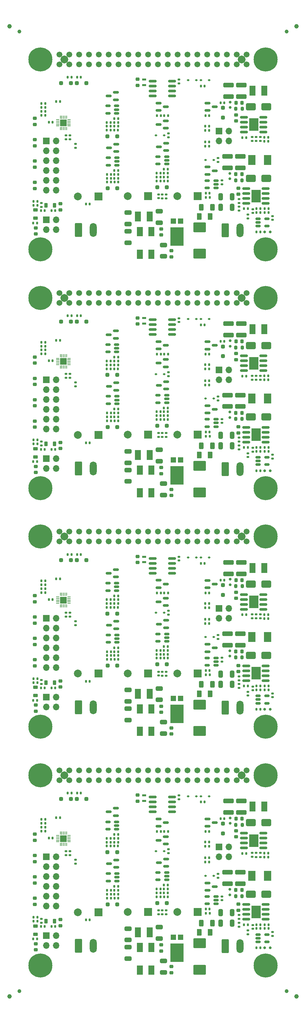
<source format=gts>
G04 #@! TF.GenerationSoftware,KiCad,Pcbnew,8.0.5*
G04 #@! TF.CreationDate,2024-09-25T12:57:29+03:00*
G04 #@! TF.ProjectId,SH-RPi-panel,53482d52-5069-42d7-9061-6e656c2e6b69,v2.0.1*
G04 #@! TF.SameCoordinates,Original*
G04 #@! TF.FileFunction,Soldermask,Top*
G04 #@! TF.FilePolarity,Negative*
%FSLAX46Y46*%
G04 Gerber Fmt 4.6, Leading zero omitted, Abs format (unit mm)*
G04 Created by KiCad (PCBNEW 8.0.5) date 2024-09-25 12:57:29*
%MOMM*%
%LPD*%
G01*
G04 APERTURE LIST*
G04 Aperture macros list*
%AMRoundRect*
0 Rectangle with rounded corners*
0 $1 Rounding radius*
0 $2 $3 $4 $5 $6 $7 $8 $9 X,Y pos of 4 corners*
0 Add a 4 corners polygon primitive as box body*
4,1,4,$2,$3,$4,$5,$6,$7,$8,$9,$2,$3,0*
0 Add four circle primitives for the rounded corners*
1,1,$1+$1,$2,$3*
1,1,$1+$1,$4,$5*
1,1,$1+$1,$6,$7*
1,1,$1+$1,$8,$9*
0 Add four rect primitives between the rounded corners*
20,1,$1+$1,$2,$3,$4,$5,0*
20,1,$1+$1,$4,$5,$6,$7,0*
20,1,$1+$1,$6,$7,$8,$9,0*
20,1,$1+$1,$8,$9,$2,$3,0*%
%AMFreePoly0*
4,1,14,0.334644,0.085355,0.385355,0.034644,0.400000,-0.000711,0.400000,-0.050000,0.385355,-0.085355,0.350000,-0.100000,-0.350000,-0.100000,-0.385355,-0.085355,-0.400000,-0.050000,-0.400000,0.050000,-0.385355,0.085355,-0.350000,0.100000,0.299289,0.100000,0.334644,0.085355,0.334644,0.085355,$1*%
%AMFreePoly1*
4,1,14,0.385355,0.085355,0.400000,0.050000,0.400000,0.000711,0.385355,-0.034644,0.334644,-0.085355,0.299289,-0.100000,-0.350000,-0.100000,-0.385355,-0.085355,-0.400000,-0.050000,-0.400000,0.050000,-0.385355,0.085355,-0.350000,0.100000,0.350000,0.100000,0.385355,0.085355,0.385355,0.085355,$1*%
%AMFreePoly2*
4,1,14,0.085355,0.385355,0.100000,0.350000,0.100000,-0.350000,0.085355,-0.385355,0.050000,-0.400000,-0.050000,-0.400000,-0.085355,-0.385355,-0.100000,-0.350000,-0.100000,0.299289,-0.085355,0.334644,-0.034644,0.385355,0.000711,0.400000,0.050000,0.400000,0.085355,0.385355,0.085355,0.385355,$1*%
%AMFreePoly3*
4,1,14,0.034644,0.385355,0.085355,0.334644,0.100000,0.299289,0.100000,-0.350000,0.085355,-0.385355,0.050000,-0.400000,-0.050000,-0.400000,-0.085355,-0.385355,-0.100000,-0.350000,-0.100000,0.350000,-0.085355,0.385355,-0.050000,0.400000,-0.000711,0.400000,0.034644,0.385355,0.034644,0.385355,$1*%
%AMFreePoly4*
4,1,14,0.385355,0.085355,0.400000,0.050000,0.400000,-0.050000,0.385355,-0.085355,0.350000,-0.100000,-0.299289,-0.100000,-0.334644,-0.085355,-0.385355,-0.034644,-0.400000,0.000711,-0.400000,0.050000,-0.385355,0.085355,-0.350000,0.100000,0.350000,0.100000,0.385355,0.085355,0.385355,0.085355,$1*%
%AMFreePoly5*
4,1,14,0.385355,0.085355,0.400000,0.050000,0.400000,-0.050000,0.385355,-0.085355,0.350000,-0.100000,-0.350000,-0.100000,-0.385355,-0.085355,-0.400000,-0.050000,-0.400000,-0.000711,-0.385355,0.034644,-0.334644,0.085355,-0.299289,0.100000,0.350000,0.100000,0.385355,0.085355,0.385355,0.085355,$1*%
%AMFreePoly6*
4,1,14,0.085355,0.385355,0.100000,0.350000,0.100000,-0.299289,0.085355,-0.334644,0.034644,-0.385355,-0.000711,-0.400000,-0.050000,-0.400000,-0.085355,-0.385355,-0.100000,-0.350000,-0.100000,0.350000,-0.085355,0.385355,-0.050000,0.400000,0.050000,0.400000,0.085355,0.385355,0.085355,0.385355,$1*%
%AMFreePoly7*
4,1,14,0.085355,0.385355,0.100000,0.350000,0.100000,-0.350000,0.085355,-0.385355,0.050000,-0.400000,0.000711,-0.400000,-0.034644,-0.385355,-0.085355,-0.334644,-0.100000,-0.299289,-0.100000,0.350000,-0.085355,0.385355,-0.050000,0.400000,0.050000,0.400000,0.085355,0.385355,0.085355,0.385355,$1*%
G04 Aperture macros list end*
%ADD10RoundRect,0.112500X0.187500X0.112500X-0.187500X0.112500X-0.187500X-0.112500X0.187500X-0.112500X0*%
%ADD11RoundRect,0.140000X-0.140000X-0.170000X0.140000X-0.170000X0.140000X0.170000X-0.140000X0.170000X0*%
%ADD12RoundRect,0.135000X0.185000X-0.135000X0.185000X0.135000X-0.185000X0.135000X-0.185000X-0.135000X0*%
%ADD13RoundRect,0.150000X-0.512500X-0.150000X0.512500X-0.150000X0.512500X0.150000X-0.512500X0.150000X0*%
%ADD14RoundRect,0.135000X0.135000X0.185000X-0.135000X0.185000X-0.135000X-0.185000X0.135000X-0.185000X0*%
%ADD15RoundRect,0.250000X-1.100000X0.325000X-1.100000X-0.325000X1.100000X-0.325000X1.100000X0.325000X0*%
%ADD16RoundRect,0.225000X-0.250000X0.225000X-0.250000X-0.225000X0.250000X-0.225000X0.250000X0.225000X0*%
%ADD17RoundRect,0.135000X-0.135000X-0.185000X0.135000X-0.185000X0.135000X0.185000X-0.135000X0.185000X0*%
%ADD18RoundRect,0.250000X-0.375000X-0.625000X0.375000X-0.625000X0.375000X0.625000X-0.375000X0.625000X0*%
%ADD19RoundRect,0.135000X-0.185000X0.135000X-0.185000X-0.135000X0.185000X-0.135000X0.185000X0.135000X0*%
%ADD20RoundRect,0.147500X-0.147500X-0.172500X0.147500X-0.172500X0.147500X0.172500X-0.147500X0.172500X0*%
%ADD21RoundRect,0.218750X0.256250X-0.218750X0.256250X0.218750X-0.256250X0.218750X-0.256250X-0.218750X0*%
%ADD22RoundRect,0.250000X-0.650000X0.325000X-0.650000X-0.325000X0.650000X-0.325000X0.650000X0.325000X0*%
%ADD23R,1.500000X2.500000*%
%ADD24RoundRect,0.150000X0.512500X0.150000X-0.512500X0.150000X-0.512500X-0.150000X0.512500X-0.150000X0*%
%ADD25RoundRect,0.250000X1.000000X0.650000X-1.000000X0.650000X-1.000000X-0.650000X1.000000X-0.650000X0*%
%ADD26RoundRect,0.250000X0.250000X0.250000X-0.250000X0.250000X-0.250000X-0.250000X0.250000X-0.250000X0*%
%ADD27RoundRect,0.140000X-0.170000X0.140000X-0.170000X-0.140000X0.170000X-0.140000X0.170000X0.140000X0*%
%ADD28RoundRect,0.150000X-0.200000X0.150000X-0.200000X-0.150000X0.200000X-0.150000X0.200000X0.150000X0*%
%ADD29C,1.000000*%
%ADD30RoundRect,0.250000X0.312500X0.625000X-0.312500X0.625000X-0.312500X-0.625000X0.312500X-0.625000X0*%
%ADD31C,1.152000*%
%ADD32R,3.360000X4.860000*%
%ADD33R,1.390000X1.400000*%
%ADD34RoundRect,0.250000X-0.250000X-0.250000X0.250000X-0.250000X0.250000X0.250000X-0.250000X0.250000X0*%
%ADD35RoundRect,0.250000X-1.400000X-1.000000X1.400000X-1.000000X1.400000X1.000000X-1.400000X1.000000X0*%
%ADD36RoundRect,0.150000X0.587500X0.150000X-0.587500X0.150000X-0.587500X-0.150000X0.587500X-0.150000X0*%
%ADD37RoundRect,0.225000X0.250000X-0.225000X0.250000X0.225000X-0.250000X0.225000X-0.250000X-0.225000X0*%
%ADD38C,6.200000*%
%ADD39RoundRect,0.150000X0.150000X0.200000X-0.150000X0.200000X-0.150000X-0.200000X0.150000X-0.200000X0*%
%ADD40RoundRect,0.250000X0.650000X-0.325000X0.650000X0.325000X-0.650000X0.325000X-0.650000X-0.325000X0*%
%ADD41RoundRect,0.150000X-0.825000X-0.150000X0.825000X-0.150000X0.825000X0.150000X-0.825000X0.150000X0*%
%ADD42RoundRect,0.225000X0.225000X0.250000X-0.225000X0.250000X-0.225000X-0.250000X0.225000X-0.250000X0*%
%ADD43R,1.900000X2.500000*%
%ADD44R,2.410000X3.300000*%
%ADD45FreePoly0,0.000000*%
%ADD46RoundRect,0.050000X-0.350000X-0.050000X0.350000X-0.050000X0.350000X0.050000X-0.350000X0.050000X0*%
%ADD47FreePoly1,0.000000*%
%ADD48FreePoly2,0.000000*%
%ADD49RoundRect,0.050000X-0.050000X-0.350000X0.050000X-0.350000X0.050000X0.350000X-0.050000X0.350000X0*%
%ADD50FreePoly3,0.000000*%
%ADD51FreePoly4,0.000000*%
%ADD52FreePoly5,0.000000*%
%ADD53FreePoly6,0.000000*%
%ADD54FreePoly7,0.000000*%
%ADD55R,1.700000X1.700000*%
%ADD56RoundRect,0.250000X-0.650000X-1.550000X0.650000X-1.550000X0.650000X1.550000X-0.650000X1.550000X0*%
%ADD57O,1.800000X3.600000*%
%ADD58RoundRect,0.200000X-0.200000X-0.275000X0.200000X-0.275000X0.200000X0.275000X-0.200000X0.275000X0*%
%ADD59RoundRect,0.140000X0.140000X0.170000X-0.140000X0.170000X-0.140000X-0.170000X0.140000X-0.170000X0*%
%ADD60RoundRect,0.250000X-0.250000X0.250000X-0.250000X-0.250000X0.250000X-0.250000X0.250000X0.250000X0*%
%ADD61RoundRect,0.150000X-0.587500X-0.150000X0.587500X-0.150000X0.587500X0.150000X-0.587500X0.150000X0*%
%ADD62RoundRect,0.112500X-0.187500X-0.112500X0.187500X-0.112500X0.187500X0.112500X-0.187500X0.112500X0*%
%ADD63O,1.700000X1.700000*%
%ADD64RoundRect,0.140000X0.170000X-0.140000X0.170000X0.140000X-0.170000X0.140000X-0.170000X-0.140000X0*%
%ADD65R,1.600000X2.400000*%
%ADD66RoundRect,0.250000X0.325000X0.650000X-0.325000X0.650000X-0.325000X-0.650000X0.325000X-0.650000X0*%
%ADD67R,1.100000X0.600000*%
%ADD68R,2.000000X2.000000*%
%ADD69C,2.000000*%
%ADD70RoundRect,0.250000X1.100000X-0.325000X1.100000X0.325000X-1.100000X0.325000X-1.100000X-0.325000X0*%
%ADD71RoundRect,0.218750X-0.218750X-0.381250X0.218750X-0.381250X0.218750X0.381250X-0.218750X0.381250X0*%
%ADD72RoundRect,0.218750X-0.381250X0.218750X-0.381250X-0.218750X0.381250X-0.218750X0.381250X0.218750X0*%
%ADD73RoundRect,0.250000X-0.325000X-0.650000X0.325000X-0.650000X0.325000X0.650000X-0.325000X0.650000X0*%
%ADD74RoundRect,0.147500X0.147500X0.172500X-0.147500X0.172500X-0.147500X-0.172500X0.147500X-0.172500X0*%
%ADD75C,1.500000*%
G04 APERTURE END LIST*
D10*
G04 #@! TO.C,D304*
X55150000Y-221400000D03*
X53050000Y-221400000D03*
G04 #@! TD*
D11*
G04 #@! TO.C,C1001*
X42342952Y-165330365D03*
X43302952Y-165330365D03*
G04 #@! TD*
D12*
G04 #@! TO.C,R401*
X42900000Y-46825000D03*
X42900000Y-45805000D03*
G04 #@! TD*
D13*
G04 #@! TO.C,U303*
X66562500Y-52050000D03*
X66562500Y-53000000D03*
X66562500Y-53950000D03*
X68837500Y-53950000D03*
X68837500Y-52050000D03*
G04 #@! TD*
D14*
G04 #@! TO.C,R305*
X41510000Y-148500000D03*
X40490000Y-148500000D03*
G04 #@! TD*
D15*
G04 #@! TO.C,C310*
X62000000Y-36025000D03*
X62000000Y-38975000D03*
G04 #@! TD*
D16*
G04 #@! TO.C,C402*
X9300000Y-238925000D03*
X9300000Y-240475000D03*
G04 #@! TD*
D17*
G04 #@! TO.C,R1009*
X27590000Y-90750000D03*
X28610000Y-90750000D03*
G04 #@! TD*
D18*
G04 #@! TO.C,F701*
X51400000Y-174500000D03*
X54200000Y-174500000D03*
G04 #@! TD*
D19*
G04 #@! TO.C,R410*
X18085396Y-30580000D03*
X18085396Y-31600000D03*
G04 #@! TD*
D10*
G04 #@! TO.C,D301*
X42350000Y-30600000D03*
X40250000Y-30600000D03*
G04 #@! TD*
D20*
G04 #@! TO.C,D501*
X22215000Y-232800000D03*
X23185000Y-232800000D03*
G04 #@! TD*
D17*
G04 #@! TO.C,R1012*
X27660375Y-104150000D03*
X28680375Y-104150000D03*
G04 #@! TD*
D11*
G04 #@! TO.C,C304*
X68320000Y-173500000D03*
X69280000Y-173500000D03*
G04 #@! TD*
D14*
G04 #@! TO.C,R1008*
X28610000Y-89750000D03*
X27590000Y-89750000D03*
G04 #@! TD*
D21*
G04 #@! TO.C,D506*
X9000000Y-212287500D03*
X9000000Y-210712500D03*
G04 #@! TD*
D14*
G04 #@! TO.C,R305*
X41510000Y-87000000D03*
X40490000Y-87000000D03*
G04 #@! TD*
D22*
G04 #@! TO.C,C703*
X33100000Y-55325000D03*
X33100000Y-58275000D03*
G04 #@! TD*
D14*
G04 #@! TO.C,R1011*
X28660000Y-164650000D03*
X27640000Y-164650000D03*
G04 #@! TD*
D21*
G04 #@! TO.C,D509*
X9000000Y-105787500D03*
X9000000Y-104212500D03*
G04 #@! TD*
D23*
G04 #@! TO.C,L201*
X68225000Y-142060000D03*
X65175000Y-142060000D03*
G04 #@! TD*
D14*
G04 #@! TO.C,R406*
X9710000Y-170600000D03*
X8690000Y-170600000D03*
G04 #@! TD*
D24*
G04 #@! TO.C,U302*
X55737500Y-44150000D03*
X55737500Y-43200000D03*
X55737500Y-42250000D03*
X53462500Y-42250000D03*
X53462500Y-44150000D03*
G04 #@! TD*
D14*
G04 #@! TO.C,R1003*
X30560000Y-41650000D03*
X29540000Y-41650000D03*
G04 #@! TD*
D25*
G04 #@! TO.C,D202*
X68750000Y-23250000D03*
X64750000Y-23250000D03*
G04 #@! TD*
D14*
G04 #@! TO.C,R502*
X11710000Y-207900000D03*
X10690000Y-207900000D03*
G04 #@! TD*
D11*
G04 #@! TO.C,C404*
X10620000Y-234500000D03*
X11580000Y-234500000D03*
G04 #@! TD*
D26*
G04 #@! TO.C,D504*
X22350000Y-140100000D03*
X19850000Y-140100000D03*
G04 #@! TD*
D27*
G04 #@! TO.C,C307*
X64000000Y-235520000D03*
X64000000Y-236480000D03*
G04 #@! TD*
D28*
G04 #@! TO.C,D201*
X59400000Y-23400000D03*
X59400000Y-22000000D03*
G04 #@! TD*
D27*
G04 #@! TO.C,C403*
X40900000Y-107335000D03*
X40900000Y-108295000D03*
G04 #@! TD*
D29*
G04 #@! TO.C,KiKit_FID_T_4*
X74000000Y-251150000D03*
G04 #@! TD*
D17*
G04 #@! TO.C,R1009*
X27590000Y-213750000D03*
X28610000Y-213750000D03*
G04 #@! TD*
D18*
G04 #@! TO.C,F701*
X51400000Y-113000000D03*
X54200000Y-113000000D03*
G04 #@! TD*
D30*
G04 #@! TO.C,R301*
X54862500Y-233600000D03*
X51937500Y-233600000D03*
G04 #@! TD*
D31*
G04 #@! TO.C,KiKit_TO_4*
X76500000Y-252500000D03*
G04 #@! TD*
D27*
G04 #@! TO.C,C312*
X65200000Y-49620000D03*
X65200000Y-50580000D03*
G04 #@! TD*
D21*
G04 #@! TO.C,D509*
X9000000Y-44287500D03*
X9000000Y-42712500D03*
G04 #@! TD*
D14*
G04 #@! TO.C,R1001*
X43332952Y-41330365D03*
X42312952Y-41330365D03*
G04 #@! TD*
G04 #@! TO.C,R316*
X54010000Y-90800000D03*
X52990000Y-90800000D03*
G04 #@! TD*
D32*
G04 #@! TO.C,D702*
X45700000Y-241200000D03*
D33*
X44780000Y-237218000D03*
X46620000Y-237218000D03*
G04 #@! TD*
D34*
G04 #@! TO.C,D1003*
X27800000Y-105750000D03*
X30300000Y-105750000D03*
G04 #@! TD*
D35*
G04 #@! TO.C,D701*
X51500000Y-115800000D03*
X51500000Y-122600000D03*
G04 #@! TD*
D36*
G04 #@! TO.C,Q1001*
X42860452Y-95980365D03*
X42860452Y-94080365D03*
X40985452Y-95030365D03*
G04 #@! TD*
D23*
G04 #@! TO.C,L702*
X35575000Y-113000000D03*
X38625000Y-113000000D03*
G04 #@! TD*
D37*
G04 #@! TO.C,C303*
X61550000Y-45775000D03*
X61550000Y-44225000D03*
G04 #@! TD*
D38*
G04 #@! TO.C,H603*
X68500000Y-183000000D03*
G04 #@! TD*
D39*
G04 #@! TO.C,D305*
X68300000Y-55500000D03*
X69700000Y-55500000D03*
G04 #@! TD*
D40*
G04 #@! TO.C,C704*
X33100000Y-237975000D03*
X33100000Y-235025000D03*
G04 #@! TD*
D14*
G04 #@! TO.C,R1017*
X30560000Y-163650000D03*
X29540000Y-163650000D03*
G04 #@! TD*
D17*
G04 #@! TO.C,R203*
X68190000Y-154100000D03*
X69210000Y-154100000D03*
G04 #@! TD*
D24*
G04 #@! TO.C,U1001*
X43060452Y-99480365D03*
X43060452Y-98530365D03*
X43060452Y-97580365D03*
X40785452Y-97580365D03*
X40785452Y-99480365D03*
G04 #@! TD*
D11*
G04 #@! TO.C,C406*
X12620000Y-150200000D03*
X13580000Y-150200000D03*
G04 #@! TD*
D14*
G04 #@! TO.C,R1011*
X28660000Y-226150000D03*
X27640000Y-226150000D03*
G04 #@! TD*
D28*
G04 #@! TO.C,D201*
X59400000Y-84900000D03*
X59400000Y-83500000D03*
G04 #@! TD*
D26*
G04 #@! TO.C,D1002*
X30250000Y-30850000D03*
X27750000Y-30850000D03*
G04 #@! TD*
D14*
G04 #@! TO.C,R406*
X9710000Y-109100000D03*
X8690000Y-109100000D03*
G04 #@! TD*
D19*
G04 #@! TO.C,R205*
X66100000Y-215540000D03*
X66100000Y-216560000D03*
G04 #@! TD*
D37*
G04 #@! TO.C,C401*
X15600000Y-234275000D03*
X15600000Y-232725000D03*
G04 #@! TD*
D41*
G04 #@! TO.C,U801*
X39425000Y-201095000D03*
X39425000Y-202365000D03*
X39425000Y-203635000D03*
X39425000Y-204905000D03*
X44375000Y-204905000D03*
X44375000Y-203635000D03*
X44375000Y-202365000D03*
X44375000Y-201095000D03*
G04 #@! TD*
D42*
G04 #@! TO.C,C308*
X62425000Y-40600000D03*
X60875000Y-40600000D03*
G04 #@! TD*
D34*
G04 #@! TO.C,D502*
X15820000Y-17100000D03*
X18320000Y-17100000D03*
G04 #@! TD*
D43*
G04 #@! TO.C,L301*
X69050000Y-221400000D03*
X64950000Y-221400000D03*
G04 #@! TD*
D21*
G04 #@! TO.C,D509*
X9000000Y-228787500D03*
X9000000Y-227212500D03*
G04 #@! TD*
D12*
G04 #@! TO.C,R311*
X56300000Y-37410000D03*
X56300000Y-36390000D03*
G04 #@! TD*
D41*
G04 #@! TO.C,U801*
X39425000Y-16595000D03*
X39425000Y-17865000D03*
X39425000Y-19135000D03*
X39425000Y-20405000D03*
X44375000Y-20405000D03*
X44375000Y-19135000D03*
X44375000Y-17865000D03*
X44375000Y-16595000D03*
G04 #@! TD*
G04 #@! TO.C,U301*
X63575000Y-105820000D03*
X63575000Y-107090000D03*
X63575000Y-108360000D03*
X63575000Y-109630000D03*
X68525000Y-109630000D03*
X68525000Y-108360000D03*
X68525000Y-107090000D03*
X68525000Y-105820000D03*
D44*
X66050000Y-107725000D03*
G04 #@! TD*
D45*
G04 #@! TO.C,U401*
X14950000Y-88050000D03*
D46*
X14950000Y-88450000D03*
X14950000Y-88850000D03*
X14950000Y-89250000D03*
D47*
X14950000Y-89650000D03*
D48*
X15600000Y-90300000D03*
D49*
X16000000Y-90300000D03*
X16400000Y-90300000D03*
X16800000Y-90300000D03*
D50*
X17200000Y-90300000D03*
D51*
X17850000Y-89650000D03*
D46*
X17850000Y-89250000D03*
X17850000Y-88850000D03*
X17850000Y-88450000D03*
D52*
X17850000Y-88050000D03*
D53*
X17200000Y-87400000D03*
D49*
X16800000Y-87400000D03*
X16400000Y-87400000D03*
X16000000Y-87400000D03*
D54*
X15600000Y-87400000D03*
D55*
X16400000Y-88850000D03*
G04 #@! TD*
D56*
G04 #@! TO.C,J502*
X20250000Y-239467500D03*
D57*
X24060000Y-239467500D03*
G04 #@! TD*
D11*
G04 #@! TO.C,C404*
X10620000Y-50000000D03*
X11580000Y-50000000D03*
G04 #@! TD*
D58*
G04 #@! TO.C,R309*
X60825000Y-165150000D03*
X62475000Y-165150000D03*
G04 #@! TD*
D14*
G04 #@! TO.C,R1005*
X41432952Y-164330365D03*
X40412952Y-164330365D03*
G04 #@! TD*
D17*
G04 #@! TO.C,R310*
X68290000Y-49500000D03*
X69310000Y-49500000D03*
G04 #@! TD*
D12*
G04 #@! TO.C,R401*
X42900000Y-108325000D03*
X42900000Y-107305000D03*
G04 #@! TD*
D36*
G04 #@! TO.C,Q302*
X42837500Y-90250000D03*
X42837500Y-88350000D03*
X40962500Y-89300000D03*
G04 #@! TD*
D24*
G04 #@! TO.C,U1001*
X43060452Y-222480365D03*
X43060452Y-221530365D03*
X43060452Y-220580365D03*
X40785452Y-220580365D03*
X40785452Y-222480365D03*
G04 #@! TD*
D59*
G04 #@! TO.C,C902*
X53980000Y-148500000D03*
X53020000Y-148500000D03*
G04 #@! TD*
D60*
G04 #@! TO.C,D901*
X57500000Y-208000000D03*
X57500000Y-210500000D03*
G04 #@! TD*
D22*
G04 #@! TO.C,C705*
X41100000Y-173125000D03*
X41100000Y-176075000D03*
G04 #@! TD*
D56*
G04 #@! TO.C,J502*
X20250000Y-54967500D03*
D57*
X24060000Y-54967500D03*
G04 #@! TD*
D22*
G04 #@! TO.C,C705*
X41100000Y-234625000D03*
X41100000Y-237575000D03*
G04 #@! TD*
D61*
G04 #@! TO.C,Q303*
X53562500Y-223250000D03*
X53562500Y-225150000D03*
X55437500Y-224200000D03*
G04 #@! TD*
D14*
G04 #@! TO.C,R1003*
X30560000Y-164650000D03*
X29540000Y-164650000D03*
G04 #@! TD*
D62*
G04 #@! TO.C,D801*
X48550000Y-200900000D03*
X50650000Y-200900000D03*
G04 #@! TD*
D19*
G04 #@! TO.C,R410*
X18085396Y-153580000D03*
X18085396Y-154600000D03*
G04 #@! TD*
D55*
G04 #@! TO.C,J301*
X56500000Y-91000000D03*
D63*
X59040000Y-91000000D03*
X56500000Y-93540000D03*
X59040000Y-93540000D03*
G04 #@! TD*
D37*
G04 #@! TO.C,C802*
X35500000Y-202175000D03*
X35500000Y-200625000D03*
G04 #@! TD*
D59*
G04 #@! TO.C,C902*
X53980000Y-87000000D03*
X53020000Y-87000000D03*
G04 #@! TD*
D61*
G04 #@! TO.C,U901*
X53552500Y-206770000D03*
X53552500Y-208670000D03*
X55427500Y-207720000D03*
G04 #@! TD*
D14*
G04 #@! TO.C,R1002*
X30510000Y-151250000D03*
X29490000Y-151250000D03*
G04 #@! TD*
D34*
G04 #@! TO.C,D502*
X15820000Y-140100000D03*
X18320000Y-140100000D03*
G04 #@! TD*
D59*
G04 #@! TO.C,C202*
X69180000Y-216600000D03*
X68220000Y-216600000D03*
G04 #@! TD*
D61*
G04 #@! TO.C,Q303*
X53562500Y-161750000D03*
X53562500Y-163650000D03*
X55437500Y-162700000D03*
G04 #@! TD*
D21*
G04 #@! TO.C,D506*
X9000000Y-150787500D03*
X9000000Y-149212500D03*
G04 #@! TD*
D64*
G04 #@! TO.C,C305*
X57300000Y-104680000D03*
X57300000Y-103720000D03*
G04 #@! TD*
D41*
G04 #@! TO.C,U801*
X39425000Y-139595000D03*
X39425000Y-140865000D03*
X39425000Y-142135000D03*
X39425000Y-143405000D03*
X44375000Y-143405000D03*
X44375000Y-142135000D03*
X44375000Y-140865000D03*
X44375000Y-139595000D03*
G04 #@! TD*
D27*
G04 #@! TO.C,C312*
X65200000Y-111120000D03*
X65200000Y-112080000D03*
G04 #@! TD*
D19*
G04 #@! TO.C,R409*
X17085396Y-92080000D03*
X17085396Y-93100000D03*
G04 #@! TD*
D16*
G04 #@! TO.C,R701*
X41600000Y-239225000D03*
X41600000Y-240775000D03*
G04 #@! TD*
D56*
G04 #@! TO.C,J101*
X58150000Y-55067500D03*
D57*
X61960000Y-55067500D03*
G04 #@! TD*
D17*
G04 #@! TO.C,R314*
X66190000Y-117000000D03*
X67210000Y-117000000D03*
G04 #@! TD*
D14*
G04 #@! TO.C,R1001*
X43332952Y-164330365D03*
X42312952Y-164330365D03*
G04 #@! TD*
G04 #@! TO.C,R308*
X54110000Y-46600000D03*
X53090000Y-46600000D03*
G04 #@! TD*
D21*
G04 #@! TO.C,D506*
X9000000Y-89287500D03*
X9000000Y-87712500D03*
G04 #@! TD*
D65*
G04 #@! TO.C,L701*
X36100000Y-122700000D03*
X39100000Y-122700000D03*
X39100000Y-116900000D03*
X36100000Y-116900000D03*
G04 #@! TD*
D13*
G04 #@! TO.C,U303*
X66562500Y-113550000D03*
X66562500Y-114500000D03*
X66562500Y-115450000D03*
X68837500Y-115450000D03*
X68837500Y-113550000D03*
G04 #@! TD*
D16*
G04 #@! TO.C,C701*
X44200000Y-183325000D03*
X44200000Y-184875000D03*
G04 #@! TD*
D55*
G04 #@! TO.C,J301*
X56500000Y-214000000D03*
D63*
X59040000Y-214000000D03*
X56500000Y-216540000D03*
X59040000Y-216540000D03*
G04 #@! TD*
D34*
G04 #@! TO.C,D1003*
X27800000Y-228750000D03*
X30300000Y-228750000D03*
G04 #@! TD*
D59*
G04 #@! TO.C,C1002*
X30480000Y-152250000D03*
X29520000Y-152250000D03*
G04 #@! TD*
D19*
G04 #@! TO.C,R409*
X17085396Y-30580000D03*
X17085396Y-31600000D03*
G04 #@! TD*
D11*
G04 #@! TO.C,C801*
X51820000Y-79400000D03*
X52780000Y-79400000D03*
G04 #@! TD*
D19*
G04 #@! TO.C,R405*
X10700000Y-47990000D03*
X10700000Y-49010000D03*
G04 #@! TD*
D66*
G04 #@! TO.C,C302*
X59875000Y-46400000D03*
X56925000Y-46400000D03*
G04 #@! TD*
D11*
G04 #@! TO.C,C901*
X56920000Y-83700000D03*
X57880000Y-83700000D03*
G04 #@! TD*
D17*
G04 #@! TO.C,R314*
X66190000Y-178500000D03*
X67210000Y-178500000D03*
G04 #@! TD*
D25*
G04 #@! TO.C,D202*
X68750000Y-146250000D03*
X64750000Y-146250000D03*
G04 #@! TD*
D37*
G04 #@! TO.C,C201*
X60900000Y-211375000D03*
X60900000Y-209825000D03*
G04 #@! TD*
D21*
G04 #@! TO.C,D507*
X9000000Y-217787500D03*
X9000000Y-216212500D03*
G04 #@! TD*
D64*
G04 #@! TO.C,C803*
X46200000Y-17180000D03*
X46200000Y-16220000D03*
G04 #@! TD*
D24*
G04 #@! TO.C,U1001*
X43060452Y-37980365D03*
X43060452Y-37030365D03*
X43060452Y-36080365D03*
X40785452Y-36080365D03*
X40785452Y-37980365D03*
G04 #@! TD*
D14*
G04 #@! TO.C,R316*
X54010000Y-29300000D03*
X52990000Y-29300000D03*
G04 #@! TD*
D67*
G04 #@! TO.C,Y801*
X37250000Y-79100000D03*
X37250000Y-77700000D03*
G04 #@! TD*
D11*
G04 #@! TO.C,C1001*
X42342952Y-103830365D03*
X43302952Y-103830365D03*
G04 #@! TD*
D42*
G04 #@! TO.C,C308*
X62425000Y-225100000D03*
X60875000Y-225100000D03*
G04 #@! TD*
D68*
G04 #@! TO.C,C1004*
X51050000Y-169255000D03*
D69*
X45750000Y-169255000D03*
G04 #@! TD*
D61*
G04 #@! TO.C,Q303*
X53562500Y-100250000D03*
X53562500Y-102150000D03*
X55437500Y-101200000D03*
G04 #@! TD*
D22*
G04 #@! TO.C,C705*
X41100000Y-111625000D03*
X41100000Y-114575000D03*
G04 #@! TD*
D17*
G04 #@! TO.C,R1010*
X27640000Y-102150000D03*
X28660000Y-102150000D03*
G04 #@! TD*
D42*
G04 #@! TO.C,C203*
X62450000Y-206700000D03*
X60900000Y-206700000D03*
G04 #@! TD*
D14*
G04 #@! TO.C,R1008*
X28610000Y-212750000D03*
X27590000Y-212750000D03*
G04 #@! TD*
D58*
G04 #@! TO.C,R202*
X60850000Y-23770000D03*
X62500000Y-23770000D03*
G04 #@! TD*
D17*
G04 #@! TO.C,R201*
X62490000Y-31150000D03*
X63510000Y-31150000D03*
G04 #@! TD*
D11*
G04 #@! TO.C,C801*
X51820000Y-17900000D03*
X52780000Y-17900000D03*
G04 #@! TD*
D14*
G04 #@! TO.C,R1003*
X30560000Y-103150000D03*
X29540000Y-103150000D03*
G04 #@! TD*
D17*
G04 #@! TO.C,R1006*
X40412952Y-103830365D03*
X41432952Y-103830365D03*
G04 #@! TD*
D29*
G04 #@! TO.C,KiKit_FID_T_1*
X5000000Y-3850000D03*
G04 #@! TD*
D58*
G04 #@! TO.C,R309*
X60825000Y-103650000D03*
X62475000Y-103650000D03*
G04 #@! TD*
D14*
G04 #@! TO.C,R1016*
X30510000Y-210750000D03*
X29490000Y-210750000D03*
G04 #@! TD*
D12*
G04 #@! TO.C,R401*
X42900000Y-169825000D03*
X42900000Y-168805000D03*
G04 #@! TD*
G04 #@! TO.C,R311*
X56300000Y-160410000D03*
X56300000Y-159390000D03*
G04 #@! TD*
D17*
G04 #@! TO.C,R1010*
X27640000Y-163650000D03*
X28660000Y-163650000D03*
G04 #@! TD*
D60*
G04 #@! TO.C,D901*
X57500000Y-85000000D03*
X57500000Y-87500000D03*
G04 #@! TD*
D12*
G04 #@! TO.C,R408*
X19500000Y-156810000D03*
X19500000Y-155790000D03*
G04 #@! TD*
D15*
G04 #@! TO.C,C309*
X58700000Y-97525000D03*
X58700000Y-100475000D03*
G04 #@! TD*
D11*
G04 #@! TO.C,C306*
X53120000Y-168500000D03*
X54080000Y-168500000D03*
G04 #@! TD*
D19*
G04 #@! TO.C,R405*
X10700000Y-109490000D03*
X10700000Y-110510000D03*
G04 #@! TD*
D17*
G04 #@! TO.C,R1010*
X27640000Y-225150000D03*
X28660000Y-225150000D03*
G04 #@! TD*
D36*
G04 #@! TO.C,Q1001*
X42860452Y-157480365D03*
X42860452Y-155580365D03*
X40985452Y-156530365D03*
G04 #@! TD*
D20*
G04 #@! TO.C,D402*
X8615000Y-237700000D03*
X9585000Y-237700000D03*
G04 #@! TD*
D56*
G04 #@! TO.C,J101*
X58150000Y-239567500D03*
D57*
X61960000Y-239567500D03*
G04 #@! TD*
D38*
G04 #@! TO.C,H602*
X10500000Y-121500000D03*
G04 #@! TD*
G04 #@! TO.C,H601*
X10500000Y-11000000D03*
G04 #@! TD*
D14*
G04 #@! TO.C,R501*
X11710000Y-206900000D03*
X10690000Y-206900000D03*
G04 #@! TD*
G04 #@! TO.C,R504*
X11710000Y-25400000D03*
X10690000Y-25400000D03*
G04 #@! TD*
D17*
G04 #@! TO.C,R1010*
X27640000Y-40650000D03*
X28660000Y-40650000D03*
G04 #@! TD*
D61*
G04 #@! TO.C,Q301*
X40962500Y-145250000D03*
X40962500Y-147150000D03*
X42837500Y-146200000D03*
G04 #@! TD*
D17*
G04 #@! TO.C,R307*
X62990000Y-172500000D03*
X64010000Y-172500000D03*
G04 #@! TD*
D14*
G04 #@! TO.C,R1015*
X30510000Y-150250000D03*
X29490000Y-150250000D03*
G04 #@! TD*
D19*
G04 #@! TO.C,R405*
X10700000Y-170990000D03*
X10700000Y-172010000D03*
G04 #@! TD*
D36*
G04 #@! TO.C,Q302*
X42837500Y-151750000D03*
X42837500Y-149850000D03*
X40962500Y-150800000D03*
G04 #@! TD*
D11*
G04 #@! TO.C,C1001*
X42342952Y-42330365D03*
X43302952Y-42330365D03*
G04 #@! TD*
D17*
G04 #@! TO.C,R407*
X14490000Y-206400000D03*
X15510000Y-206400000D03*
G04 #@! TD*
D12*
G04 #@! TO.C,R408*
X19500000Y-33810000D03*
X19500000Y-32790000D03*
G04 #@! TD*
D14*
G04 #@! TO.C,R501*
X11710000Y-83900000D03*
X10690000Y-83900000D03*
G04 #@! TD*
D36*
G04 #@! TO.C,Q1003*
X30025000Y-157750000D03*
X30025000Y-155850000D03*
X28150000Y-156800000D03*
G04 #@! TD*
D61*
G04 #@! TO.C,U901*
X53552500Y-145270000D03*
X53552500Y-147170000D03*
X55427500Y-146220000D03*
G04 #@! TD*
D41*
G04 #@! TO.C,U201*
X62975000Y-210420000D03*
X62975000Y-211690000D03*
X62975000Y-212960000D03*
X62975000Y-214230000D03*
X67925000Y-214230000D03*
X67925000Y-212960000D03*
X67925000Y-211690000D03*
X67925000Y-210420000D03*
D44*
X65450000Y-212325000D03*
G04 #@! TD*
D36*
G04 #@! TO.C,Q1003*
X30025000Y-34750000D03*
X30025000Y-32850000D03*
X28150000Y-33800000D03*
G04 #@! TD*
D17*
G04 #@! TO.C,R1006*
X40412952Y-42330365D03*
X41432952Y-42330365D03*
G04 #@! TD*
D36*
G04 #@! TO.C,Q1002*
X29937500Y-205900000D03*
X29937500Y-204000000D03*
X28062500Y-204950000D03*
G04 #@! TD*
D37*
G04 #@! TO.C,C201*
X60900000Y-26875000D03*
X60900000Y-25325000D03*
G04 #@! TD*
D55*
G04 #@! TO.C,J402*
X12000000Y-32045200D03*
D63*
X14540000Y-32045200D03*
X12000000Y-34585200D03*
X14540000Y-34585200D03*
X12000000Y-37125200D03*
X14540000Y-37125200D03*
X12000000Y-39665200D03*
X14540000Y-39665200D03*
X12000000Y-42205200D03*
X14540000Y-42205200D03*
X12000000Y-44745200D03*
X14540000Y-44745200D03*
G04 #@! TD*
D14*
G04 #@! TO.C,R308*
X54110000Y-108100000D03*
X53090000Y-108100000D03*
G04 #@! TD*
G04 #@! TO.C,R502*
X11710000Y-146400000D03*
X10690000Y-146400000D03*
G04 #@! TD*
D38*
G04 #@! TO.C,H604*
X68500000Y-11000000D03*
G04 #@! TD*
D17*
G04 #@! TO.C,R1009*
X27590000Y-29250000D03*
X28610000Y-29250000D03*
G04 #@! TD*
D36*
G04 #@! TO.C,Q1001*
X42860452Y-218980365D03*
X42860452Y-217080365D03*
X40985452Y-218030365D03*
G04 #@! TD*
D25*
G04 #@! TO.C,D202*
X68750000Y-84750000D03*
X64750000Y-84750000D03*
G04 #@! TD*
D17*
G04 #@! TO.C,R307*
X62990000Y-49500000D03*
X64010000Y-49500000D03*
G04 #@! TD*
D28*
G04 #@! TO.C,D302*
X59350000Y-164800000D03*
X59350000Y-163400000D03*
G04 #@! TD*
D19*
G04 #@! TO.C,R404*
X41900000Y-168805000D03*
X41900000Y-169825000D03*
G04 #@! TD*
D15*
G04 #@! TO.C,C309*
X58700000Y-36025000D03*
X58700000Y-38975000D03*
G04 #@! TD*
D20*
G04 #@! TO.C,D501*
X22215000Y-109800000D03*
X23185000Y-109800000D03*
G04 #@! TD*
D68*
G04 #@! TO.C,C1006*
X25450000Y-230800000D03*
D69*
X20150000Y-230800000D03*
G04 #@! TD*
D17*
G04 #@! TO.C,R1012*
X27660375Y-165650000D03*
X28680375Y-165650000D03*
G04 #@! TD*
D37*
G04 #@! TO.C,C802*
X35500000Y-17675000D03*
X35500000Y-16125000D03*
G04 #@! TD*
D19*
G04 #@! TO.C,R205*
X66100000Y-31040000D03*
X66100000Y-32060000D03*
G04 #@! TD*
D55*
G04 #@! TO.C,J401*
X12000000Y-52365200D03*
D63*
X14540000Y-52365200D03*
X12000000Y-54905200D03*
X14540000Y-54905200D03*
G04 #@! TD*
D14*
G04 #@! TO.C,R1005*
X41432952Y-225830365D03*
X40412952Y-225830365D03*
G04 #@! TD*
D11*
G04 #@! TO.C,C304*
X68320000Y-235000000D03*
X69280000Y-235000000D03*
G04 #@! TD*
D26*
G04 #@! TO.C,D1001*
X43072952Y-228430365D03*
X40572952Y-228430365D03*
G04 #@! TD*
D16*
G04 #@! TO.C,C402*
X9300000Y-177425000D03*
X9300000Y-178975000D03*
G04 #@! TD*
D58*
G04 #@! TO.C,R309*
X60825000Y-226650000D03*
X62475000Y-226650000D03*
G04 #@! TD*
D20*
G04 #@! TO.C,D401*
X13315000Y-111500000D03*
X14285000Y-111500000D03*
G04 #@! TD*
D39*
G04 #@! TO.C,D305*
X68300000Y-178500000D03*
X69700000Y-178500000D03*
G04 #@! TD*
D43*
G04 #@! TO.C,L301*
X69050000Y-98400000D03*
X64950000Y-98400000D03*
G04 #@! TD*
D62*
G04 #@! TO.C,D801*
X48550000Y-139400000D03*
X50650000Y-139400000D03*
G04 #@! TD*
D38*
G04 #@! TO.C,H604*
X68500000Y-72500000D03*
G04 #@! TD*
D19*
G04 #@! TO.C,R409*
X17085396Y-215080000D03*
X17085396Y-216100000D03*
G04 #@! TD*
D70*
G04 #@! TO.C,C204*
X59000000Y-20575000D03*
X59000000Y-17625000D03*
G04 #@! TD*
D26*
G04 #@! TO.C,D1001*
X43072952Y-166930365D03*
X40572952Y-166930365D03*
G04 #@! TD*
D17*
G04 #@! TO.C,R1007*
X27590000Y-211750000D03*
X28610000Y-211750000D03*
G04 #@! TD*
D10*
G04 #@! TO.C,D304*
X55150000Y-159900000D03*
X53050000Y-159900000D03*
G04 #@! TD*
D55*
G04 #@! TO.C,J301*
X56500000Y-29500000D03*
D63*
X59040000Y-29500000D03*
X56500000Y-32040000D03*
X59040000Y-32040000D03*
G04 #@! TD*
D31*
G04 #@! TO.C,KiKit_TO_2*
X76500000Y-2500000D03*
G04 #@! TD*
D41*
G04 #@! TO.C,U201*
X62975000Y-87420000D03*
X62975000Y-88690000D03*
X62975000Y-89960000D03*
X62975000Y-91230000D03*
X67925000Y-91230000D03*
X67925000Y-89960000D03*
X67925000Y-88690000D03*
X67925000Y-87420000D03*
D44*
X65450000Y-89325000D03*
G04 #@! TD*
D11*
G04 #@! TO.C,C406*
X12620000Y-211700000D03*
X13580000Y-211700000D03*
G04 #@! TD*
D17*
G04 #@! TO.C,R407*
X14490000Y-83400000D03*
X15510000Y-83400000D03*
G04 #@! TD*
D19*
G04 #@! TO.C,R304*
X61700000Y-46990000D03*
X61700000Y-48010000D03*
G04 #@! TD*
D45*
G04 #@! TO.C,U401*
X14950000Y-26550000D03*
D46*
X14950000Y-26950000D03*
X14950000Y-27350000D03*
X14950000Y-27750000D03*
D47*
X14950000Y-28150000D03*
D48*
X15600000Y-28800000D03*
D49*
X16000000Y-28800000D03*
X16400000Y-28800000D03*
X16800000Y-28800000D03*
D50*
X17200000Y-28800000D03*
D51*
X17850000Y-28150000D03*
D46*
X17850000Y-27750000D03*
X17850000Y-27350000D03*
X17850000Y-26950000D03*
D52*
X17850000Y-26550000D03*
D53*
X17200000Y-25900000D03*
D49*
X16800000Y-25900000D03*
X16400000Y-25900000D03*
X16000000Y-25900000D03*
D54*
X15600000Y-25900000D03*
D55*
X16400000Y-27350000D03*
G04 #@! TD*
D14*
G04 #@! TO.C,R1013*
X43332952Y-163330365D03*
X42312952Y-163330365D03*
G04 #@! TD*
D10*
G04 #@! TO.C,D304*
X55150000Y-36900000D03*
X53050000Y-36900000D03*
G04 #@! TD*
D24*
G04 #@! TO.C,U1002*
X30137500Y-24900000D03*
X30137500Y-23950000D03*
X30137500Y-23000000D03*
X27862500Y-23000000D03*
X27862500Y-24900000D03*
G04 #@! TD*
D38*
G04 #@! TO.C,H601*
X10500000Y-72500000D03*
G04 #@! TD*
D17*
G04 #@! TO.C,R203*
X68190000Y-92600000D03*
X69210000Y-92600000D03*
G04 #@! TD*
D14*
G04 #@! TO.C,R402*
X54010000Y-156400000D03*
X52990000Y-156400000D03*
G04 #@! TD*
G04 #@! TO.C,R1018*
X30560000Y-39650000D03*
X29540000Y-39650000D03*
G04 #@! TD*
D19*
G04 #@! TO.C,R410*
X18085396Y-215080000D03*
X18085396Y-216100000D03*
G04 #@! TD*
D14*
G04 #@! TO.C,R406*
X9710000Y-47600000D03*
X8690000Y-47600000D03*
G04 #@! TD*
G04 #@! TO.C,R1013*
X43332952Y-101830365D03*
X42312952Y-101830365D03*
G04 #@! TD*
D12*
G04 #@! TO.C,R408*
X19500000Y-218310000D03*
X19500000Y-217290000D03*
G04 #@! TD*
D16*
G04 #@! TO.C,R701*
X41600000Y-177725000D03*
X41600000Y-179275000D03*
G04 #@! TD*
D35*
G04 #@! TO.C,D701*
X51500000Y-54300000D03*
X51500000Y-61100000D03*
G04 #@! TD*
D45*
G04 #@! TO.C,U401*
X14950000Y-211050000D03*
D46*
X14950000Y-211450000D03*
X14950000Y-211850000D03*
X14950000Y-212250000D03*
D47*
X14950000Y-212650000D03*
D48*
X15600000Y-213300000D03*
D49*
X16000000Y-213300000D03*
X16400000Y-213300000D03*
X16800000Y-213300000D03*
D50*
X17200000Y-213300000D03*
D51*
X17850000Y-212650000D03*
D46*
X17850000Y-212250000D03*
X17850000Y-211850000D03*
X17850000Y-211450000D03*
D52*
X17850000Y-211050000D03*
D53*
X17200000Y-210400000D03*
D49*
X16800000Y-210400000D03*
X16400000Y-210400000D03*
X16000000Y-210400000D03*
D54*
X15600000Y-210400000D03*
D55*
X16400000Y-211850000D03*
G04 #@! TD*
D14*
G04 #@! TO.C,R1015*
X30510000Y-211750000D03*
X29490000Y-211750000D03*
G04 #@! TD*
D17*
G04 #@! TO.C,R310*
X68290000Y-172500000D03*
X69310000Y-172500000D03*
G04 #@! TD*
D59*
G04 #@! TO.C,C1002*
X30480000Y-90750000D03*
X29520000Y-90750000D03*
G04 #@! TD*
D17*
G04 #@! TO.C,R203*
X68190000Y-215600000D03*
X69210000Y-215600000D03*
G04 #@! TD*
D67*
G04 #@! TO.C,Y801*
X37250000Y-202100000D03*
X37250000Y-200700000D03*
G04 #@! TD*
D34*
G04 #@! TO.C,D502*
X15820000Y-78600000D03*
X18320000Y-78600000D03*
G04 #@! TD*
D14*
G04 #@! TO.C,R315*
X54010000Y-212700000D03*
X52990000Y-212700000D03*
G04 #@! TD*
D17*
G04 #@! TO.C,R201*
X62490000Y-92650000D03*
X63510000Y-92650000D03*
G04 #@! TD*
G04 #@! TO.C,R303*
X42390000Y-25500000D03*
X43410000Y-25500000D03*
G04 #@! TD*
G04 #@! TO.C,R313*
X66190000Y-235000000D03*
X67210000Y-235000000D03*
G04 #@! TD*
G04 #@! TO.C,R1007*
X27590000Y-88750000D03*
X28610000Y-88750000D03*
G04 #@! TD*
D43*
G04 #@! TO.C,L301*
X69050000Y-159900000D03*
X64950000Y-159900000D03*
G04 #@! TD*
D67*
G04 #@! TO.C,Y801*
X37250000Y-140600000D03*
X37250000Y-139200000D03*
G04 #@! TD*
D11*
G04 #@! TO.C,C901*
X56920000Y-22200000D03*
X57880000Y-22200000D03*
G04 #@! TD*
D17*
G04 #@! TO.C,R312*
X66190000Y-172500000D03*
X67210000Y-172500000D03*
G04 #@! TD*
D22*
G04 #@! TO.C,C702*
X42200000Y-243325000D03*
X42200000Y-246275000D03*
G04 #@! TD*
D12*
G04 #@! TO.C,R204*
X65060000Y-32050000D03*
X65060000Y-31030000D03*
G04 #@! TD*
D14*
G04 #@! TO.C,R503*
X11700000Y-147400000D03*
X10680000Y-147400000D03*
G04 #@! TD*
G04 #@! TO.C,R501*
X11710000Y-22400000D03*
X10690000Y-22400000D03*
G04 #@! TD*
D37*
G04 #@! TO.C,C401*
X15600000Y-172775000D03*
X15600000Y-171225000D03*
G04 #@! TD*
D14*
G04 #@! TO.C,R504*
X11710000Y-86900000D03*
X10690000Y-86900000D03*
G04 #@! TD*
G04 #@! TO.C,R1017*
X30560000Y-102150000D03*
X29540000Y-102150000D03*
G04 #@! TD*
D42*
G04 #@! TO.C,C308*
X62425000Y-163600000D03*
X60875000Y-163600000D03*
G04 #@! TD*
D59*
G04 #@! TO.C,C1002*
X30480000Y-213750000D03*
X29520000Y-213750000D03*
G04 #@! TD*
D40*
G04 #@! TO.C,C704*
X33100000Y-114975000D03*
X33100000Y-112025000D03*
G04 #@! TD*
D59*
G04 #@! TO.C,C202*
X69180000Y-32100000D03*
X68220000Y-32100000D03*
G04 #@! TD*
D20*
G04 #@! TO.C,D401*
X13315000Y-50000000D03*
X14285000Y-50000000D03*
G04 #@! TD*
D42*
G04 #@! TO.C,C203*
X62450000Y-83700000D03*
X60900000Y-83700000D03*
G04 #@! TD*
D13*
G04 #@! TO.C,U303*
X66562500Y-236550000D03*
X66562500Y-237500000D03*
X66562500Y-238450000D03*
X68837500Y-238450000D03*
X68837500Y-236550000D03*
G04 #@! TD*
D37*
G04 #@! TO.C,C401*
X15600000Y-111275000D03*
X15600000Y-109725000D03*
G04 #@! TD*
D21*
G04 #@! TO.C,D508*
X9000000Y-100287500D03*
X9000000Y-98712500D03*
G04 #@! TD*
D22*
G04 #@! TO.C,C703*
X33100000Y-239825000D03*
X33100000Y-242775000D03*
G04 #@! TD*
G04 #@! TO.C,C702*
X42200000Y-120325000D03*
X42200000Y-123275000D03*
G04 #@! TD*
D21*
G04 #@! TO.C,D509*
X9000000Y-167287500D03*
X9000000Y-165712500D03*
G04 #@! TD*
D28*
G04 #@! TO.C,D302*
X59350000Y-41800000D03*
X59350000Y-40400000D03*
G04 #@! TD*
D14*
G04 #@! TO.C,R503*
X11700000Y-24400000D03*
X10680000Y-24400000D03*
G04 #@! TD*
D11*
G04 #@! TO.C,C801*
X51820000Y-202400000D03*
X52780000Y-202400000D03*
G04 #@! TD*
D27*
G04 #@! TO.C,C311*
X70300000Y-235920000D03*
X70300000Y-236880000D03*
G04 #@! TD*
D38*
G04 #@! TO.C,H604*
X68500000Y-195500000D03*
G04 #@! TD*
D71*
G04 #@! TO.C,FB401*
X11937500Y-171600000D03*
X14062500Y-171600000D03*
G04 #@! TD*
D26*
G04 #@! TO.C,D504*
X22350000Y-17100000D03*
X19850000Y-17100000D03*
G04 #@! TD*
G04 #@! TO.C,D1002*
X30250000Y-215350000D03*
X27750000Y-215350000D03*
G04 #@! TD*
D20*
G04 #@! TO.C,D402*
X8615000Y-53200000D03*
X9585000Y-53200000D03*
G04 #@! TD*
D71*
G04 #@! TO.C,FB401*
X11937500Y-48600000D03*
X14062500Y-48600000D03*
G04 #@! TD*
D14*
G04 #@! TO.C,R1015*
X30510000Y-27250000D03*
X29490000Y-27250000D03*
G04 #@! TD*
G04 #@! TO.C,R316*
X54010000Y-213800000D03*
X52990000Y-213800000D03*
G04 #@! TD*
D70*
G04 #@! TO.C,C204*
X59000000Y-205075000D03*
X59000000Y-202125000D03*
G04 #@! TD*
D21*
G04 #@! TO.C,D506*
X9000000Y-27787500D03*
X9000000Y-26212500D03*
G04 #@! TD*
D30*
G04 #@! TO.C,R301*
X54862500Y-49100000D03*
X51937500Y-49100000D03*
G04 #@! TD*
D24*
G04 #@! TO.C,U1002*
X30137500Y-147900000D03*
X30137500Y-146950000D03*
X30137500Y-146000000D03*
X27862500Y-146000000D03*
X27862500Y-147900000D03*
G04 #@! TD*
D26*
G04 #@! TO.C,D504*
X22350000Y-201600000D03*
X19850000Y-201600000D03*
G04 #@! TD*
D17*
G04 #@! TO.C,R303*
X42390000Y-87000000D03*
X43410000Y-87000000D03*
G04 #@! TD*
D55*
G04 #@! TO.C,J402*
X12000000Y-216545200D03*
D63*
X14540000Y-216545200D03*
X12000000Y-219085200D03*
X14540000Y-219085200D03*
X12000000Y-221625200D03*
X14540000Y-221625200D03*
X12000000Y-224165200D03*
X14540000Y-224165200D03*
X12000000Y-226705200D03*
X14540000Y-226705200D03*
X12000000Y-229245200D03*
X14540000Y-229245200D03*
G04 #@! TD*
D24*
G04 #@! TO.C,U1002*
X30137500Y-209400000D03*
X30137500Y-208450000D03*
X30137500Y-207500000D03*
X27862500Y-207500000D03*
X27862500Y-209400000D03*
G04 #@! TD*
D14*
G04 #@! TO.C,R305*
X41510000Y-25500000D03*
X40490000Y-25500000D03*
G04 #@! TD*
D41*
G04 #@! TO.C,U201*
X62975000Y-25920000D03*
X62975000Y-27190000D03*
X62975000Y-28460000D03*
X62975000Y-29730000D03*
X67925000Y-29730000D03*
X67925000Y-28460000D03*
X67925000Y-27190000D03*
X67925000Y-25920000D03*
D44*
X65450000Y-27825000D03*
G04 #@! TD*
D14*
G04 #@! TO.C,R402*
X54010000Y-217900000D03*
X52990000Y-217900000D03*
G04 #@! TD*
D41*
G04 #@! TO.C,U301*
X63575000Y-228820000D03*
X63575000Y-230090000D03*
X63575000Y-231360000D03*
X63575000Y-232630000D03*
X68525000Y-232630000D03*
X68525000Y-231360000D03*
X68525000Y-230090000D03*
X68525000Y-228820000D03*
D44*
X66050000Y-230725000D03*
G04 #@! TD*
D24*
G04 #@! TO.C,U1003*
X30225000Y-161250000D03*
X30225000Y-160300000D03*
X30225000Y-159350000D03*
X27950000Y-159350000D03*
X27950000Y-161250000D03*
G04 #@! TD*
D72*
G04 #@! TO.C,FB402*
X9200000Y-49837500D03*
X9200000Y-51962500D03*
G04 #@! TD*
D19*
G04 #@! TO.C,R206*
X67150000Y-92540000D03*
X67150000Y-93560000D03*
G04 #@! TD*
D36*
G04 #@! TO.C,Q1003*
X30025000Y-219250000D03*
X30025000Y-217350000D03*
X28150000Y-218300000D03*
G04 #@! TD*
D21*
G04 #@! TO.C,D508*
X9000000Y-38787500D03*
X9000000Y-37212500D03*
G04 #@! TD*
D59*
G04 #@! TO.C,C902*
X53980000Y-210000000D03*
X53020000Y-210000000D03*
G04 #@! TD*
D41*
G04 #@! TO.C,U801*
X39425000Y-78095000D03*
X39425000Y-79365000D03*
X39425000Y-80635000D03*
X39425000Y-81905000D03*
X44375000Y-81905000D03*
X44375000Y-80635000D03*
X44375000Y-79365000D03*
X44375000Y-78095000D03*
G04 #@! TD*
D59*
G04 #@! TO.C,C902*
X53980000Y-25500000D03*
X53020000Y-25500000D03*
G04 #@! TD*
D71*
G04 #@! TO.C,FB401*
X11937500Y-110100000D03*
X14062500Y-110100000D03*
G04 #@! TD*
D12*
G04 #@! TO.C,R306*
X61700000Y-173010000D03*
X61700000Y-171990000D03*
G04 #@! TD*
D11*
G04 #@! TO.C,C306*
X53120000Y-230000000D03*
X54080000Y-230000000D03*
G04 #@! TD*
D27*
G04 #@! TO.C,C307*
X64000000Y-51020000D03*
X64000000Y-51980000D03*
G04 #@! TD*
D14*
G04 #@! TO.C,R504*
X11710000Y-209900000D03*
X10690000Y-209900000D03*
G04 #@! TD*
D12*
G04 #@! TO.C,R306*
X61700000Y-111510000D03*
X61700000Y-110490000D03*
G04 #@! TD*
D37*
G04 #@! TO.C,C802*
X35500000Y-140675000D03*
X35500000Y-139125000D03*
G04 #@! TD*
D62*
G04 #@! TO.C,D802*
X51850000Y-139400000D03*
X53950000Y-139400000D03*
G04 #@! TD*
D25*
G04 #@! TO.C,D303*
X68750000Y-103150000D03*
X64750000Y-103150000D03*
G04 #@! TD*
D12*
G04 #@! TO.C,R204*
X65060000Y-93550000D03*
X65060000Y-92530000D03*
G04 #@! TD*
D56*
G04 #@! TO.C,J502*
X20250000Y-177967500D03*
D57*
X24060000Y-177967500D03*
G04 #@! TD*
D38*
G04 #@! TO.C,H601*
X10500000Y-195500000D03*
G04 #@! TD*
D20*
G04 #@! TO.C,D503*
X17515000Y-138600000D03*
X18485000Y-138600000D03*
G04 #@! TD*
D16*
G04 #@! TO.C,C402*
X9300000Y-115925000D03*
X9300000Y-117475000D03*
G04 #@! TD*
D22*
G04 #@! TO.C,C703*
X33100000Y-116825000D03*
X33100000Y-119775000D03*
G04 #@! TD*
D14*
G04 #@! TO.C,R1008*
X28610000Y-28250000D03*
X27590000Y-28250000D03*
G04 #@! TD*
G04 #@! TO.C,R1016*
X30510000Y-149250000D03*
X29490000Y-149250000D03*
G04 #@! TD*
D37*
G04 #@! TO.C,C201*
X60900000Y-88375000D03*
X60900000Y-86825000D03*
G04 #@! TD*
D17*
G04 #@! TO.C,R1007*
X27590000Y-150250000D03*
X28610000Y-150250000D03*
G04 #@! TD*
D16*
G04 #@! TO.C,C701*
X44200000Y-60325000D03*
X44200000Y-61875000D03*
G04 #@! TD*
D37*
G04 #@! TO.C,C303*
X61550000Y-107275000D03*
X61550000Y-105725000D03*
G04 #@! TD*
D45*
G04 #@! TO.C,U401*
X14950000Y-149550000D03*
D46*
X14950000Y-149950000D03*
X14950000Y-150350000D03*
X14950000Y-150750000D03*
D47*
X14950000Y-151150000D03*
D48*
X15600000Y-151800000D03*
D49*
X16000000Y-151800000D03*
X16400000Y-151800000D03*
X16800000Y-151800000D03*
D50*
X17200000Y-151800000D03*
D51*
X17850000Y-151150000D03*
D46*
X17850000Y-150750000D03*
X17850000Y-150350000D03*
X17850000Y-149950000D03*
D52*
X17850000Y-149550000D03*
D53*
X17200000Y-148900000D03*
D49*
X16800000Y-148900000D03*
X16400000Y-148900000D03*
X16000000Y-148900000D03*
D54*
X15600000Y-148900000D03*
D55*
X16400000Y-150350000D03*
G04 #@! TD*
D20*
G04 #@! TO.C,D503*
X17515000Y-15600000D03*
X18485000Y-15600000D03*
G04 #@! TD*
D14*
G04 #@! TO.C,R308*
X54110000Y-231100000D03*
X53090000Y-231100000D03*
G04 #@! TD*
D62*
G04 #@! TO.C,D802*
X51850000Y-77900000D03*
X53950000Y-77900000D03*
G04 #@! TD*
D11*
G04 #@! TO.C,C901*
X56920000Y-145200000D03*
X57880000Y-145200000D03*
G04 #@! TD*
D59*
G04 #@! TO.C,C1003*
X30530000Y-42650000D03*
X29570000Y-42650000D03*
G04 #@! TD*
D14*
G04 #@! TO.C,R1018*
X30560000Y-224150000D03*
X29540000Y-224150000D03*
G04 #@! TD*
D68*
G04 #@! TO.C,C1006*
X25450000Y-169300000D03*
D69*
X20150000Y-169300000D03*
G04 #@! TD*
D17*
G04 #@! TO.C,R314*
X66190000Y-240000000D03*
X67210000Y-240000000D03*
G04 #@! TD*
G04 #@! TO.C,R1012*
X27660375Y-227150000D03*
X28680375Y-227150000D03*
G04 #@! TD*
G04 #@! TO.C,R201*
X62490000Y-154150000D03*
X63510000Y-154150000D03*
G04 #@! TD*
D59*
G04 #@! TO.C,C202*
X69180000Y-93600000D03*
X68220000Y-93600000D03*
G04 #@! TD*
D12*
G04 #@! TO.C,R311*
X56300000Y-98910000D03*
X56300000Y-97890000D03*
G04 #@! TD*
D14*
G04 #@! TO.C,R503*
X11700000Y-85900000D03*
X10680000Y-85900000D03*
G04 #@! TD*
D68*
G04 #@! TO.C,C1004*
X51050000Y-107755000D03*
D69*
X45750000Y-107755000D03*
G04 #@! TD*
D23*
G04 #@! TO.C,L702*
X35575000Y-51500000D03*
X38625000Y-51500000D03*
G04 #@! TD*
D19*
G04 #@! TO.C,R410*
X18085396Y-92080000D03*
X18085396Y-93100000D03*
G04 #@! TD*
G04 #@! TO.C,R205*
X66100000Y-92540000D03*
X66100000Y-93560000D03*
G04 #@! TD*
D36*
G04 #@! TO.C,Q1003*
X30025000Y-96250000D03*
X30025000Y-94350000D03*
X28150000Y-95300000D03*
G04 #@! TD*
D40*
G04 #@! TO.C,C704*
X33100000Y-176475000D03*
X33100000Y-173525000D03*
G04 #@! TD*
D36*
G04 #@! TO.C,Q1002*
X29937500Y-144400000D03*
X29937500Y-142500000D03*
X28062500Y-143450000D03*
G04 #@! TD*
D56*
G04 #@! TO.C,J101*
X58150000Y-178067500D03*
D57*
X61960000Y-178067500D03*
G04 #@! TD*
D36*
G04 #@! TO.C,Q302*
X42837500Y-213250000D03*
X42837500Y-211350000D03*
X40962500Y-212300000D03*
G04 #@! TD*
D16*
G04 #@! TO.C,C402*
X9300000Y-54425000D03*
X9300000Y-55975000D03*
G04 #@! TD*
D17*
G04 #@! TO.C,R312*
X66190000Y-111000000D03*
X67210000Y-111000000D03*
G04 #@! TD*
D55*
G04 #@! TO.C,J401*
X12000000Y-175365200D03*
D63*
X14540000Y-175365200D03*
X12000000Y-177905200D03*
X14540000Y-177905200D03*
G04 #@! TD*
D17*
G04 #@! TO.C,R310*
X68290000Y-234000000D03*
X69310000Y-234000000D03*
G04 #@! TD*
G04 #@! TO.C,R1004*
X40412952Y-101830365D03*
X41432952Y-101830365D03*
G04 #@! TD*
D14*
G04 #@! TO.C,R316*
X54010000Y-152300000D03*
X52990000Y-152300000D03*
G04 #@! TD*
D61*
G04 #@! TO.C,Q301*
X40962500Y-83750000D03*
X40962500Y-85650000D03*
X42837500Y-84700000D03*
G04 #@! TD*
D16*
G04 #@! TO.C,R701*
X41600000Y-54725000D03*
X41600000Y-56275000D03*
G04 #@! TD*
D12*
G04 #@! TO.C,R302*
X43500000Y-154110000D03*
X43500000Y-153090000D03*
G04 #@! TD*
D16*
G04 #@! TO.C,C701*
X44200000Y-121825000D03*
X44200000Y-123375000D03*
G04 #@! TD*
D14*
G04 #@! TO.C,R1017*
X30560000Y-40650000D03*
X29540000Y-40650000D03*
G04 #@! TD*
D37*
G04 #@! TO.C,C802*
X35500000Y-79175000D03*
X35500000Y-77625000D03*
G04 #@! TD*
D14*
G04 #@! TO.C,R1003*
X30560000Y-226150000D03*
X29540000Y-226150000D03*
G04 #@! TD*
G04 #@! TO.C,R502*
X11710000Y-84900000D03*
X10690000Y-84900000D03*
G04 #@! TD*
D68*
G04 #@! TO.C,C1006*
X25450000Y-46300000D03*
D69*
X20150000Y-46300000D03*
G04 #@! TD*
D14*
G04 #@! TO.C,R308*
X54110000Y-169600000D03*
X53090000Y-169600000D03*
G04 #@! TD*
D17*
G04 #@! TO.C,R1007*
X27590000Y-27250000D03*
X28610000Y-27250000D03*
G04 #@! TD*
D32*
G04 #@! TO.C,D702*
X45700000Y-118200000D03*
D33*
X44780000Y-114218000D03*
X46620000Y-114218000D03*
G04 #@! TD*
D39*
G04 #@! TO.C,D305*
X68300000Y-117000000D03*
X69700000Y-117000000D03*
G04 #@! TD*
D59*
G04 #@! TO.C,C1003*
X30530000Y-165650000D03*
X29570000Y-165650000D03*
G04 #@! TD*
D14*
G04 #@! TO.C,R305*
X41510000Y-210000000D03*
X40490000Y-210000000D03*
G04 #@! TD*
D11*
G04 #@! TO.C,C405*
X8720000Y-48600000D03*
X9680000Y-48600000D03*
G04 #@! TD*
D70*
G04 #@! TO.C,C204*
X59000000Y-143575000D03*
X59000000Y-140625000D03*
G04 #@! TD*
D14*
G04 #@! TO.C,R503*
X11700000Y-208900000D03*
X10680000Y-208900000D03*
G04 #@! TD*
G04 #@! TO.C,R504*
X11710000Y-148400000D03*
X10690000Y-148400000D03*
G04 #@! TD*
D55*
G04 #@! TO.C,J401*
X12000000Y-236865200D03*
D63*
X14540000Y-236865200D03*
X12000000Y-239405200D03*
X14540000Y-239405200D03*
G04 #@! TD*
D19*
G04 #@! TO.C,R206*
X67150000Y-215540000D03*
X67150000Y-216560000D03*
G04 #@! TD*
D12*
G04 #@! TO.C,R204*
X65060000Y-155050000D03*
X65060000Y-154030000D03*
G04 #@! TD*
D16*
G04 #@! TO.C,C701*
X44200000Y-244825000D03*
X44200000Y-246375000D03*
G04 #@! TD*
D20*
G04 #@! TO.C,D503*
X17515000Y-77100000D03*
X18485000Y-77100000D03*
G04 #@! TD*
D55*
G04 #@! TO.C,J402*
X12000000Y-155045200D03*
D63*
X14540000Y-155045200D03*
X12000000Y-157585200D03*
X14540000Y-157585200D03*
X12000000Y-160125200D03*
X14540000Y-160125200D03*
X12000000Y-162665200D03*
X14540000Y-162665200D03*
X12000000Y-165205200D03*
X14540000Y-165205200D03*
X12000000Y-167745200D03*
X14540000Y-167745200D03*
G04 #@! TD*
D11*
G04 #@! TO.C,C404*
X10620000Y-173000000D03*
X11580000Y-173000000D03*
G04 #@! TD*
D21*
G04 #@! TO.C,D507*
X9000000Y-94787500D03*
X9000000Y-93212500D03*
G04 #@! TD*
D72*
G04 #@! TO.C,FB402*
X9200000Y-111337500D03*
X9200000Y-113462500D03*
G04 #@! TD*
D19*
G04 #@! TO.C,R206*
X67150000Y-31040000D03*
X67150000Y-32060000D03*
G04 #@! TD*
D14*
G04 #@! TO.C,R1011*
X28660000Y-103150000D03*
X27640000Y-103150000D03*
G04 #@! TD*
D68*
G04 #@! TO.C,C1004*
X51050000Y-46255000D03*
D69*
X45750000Y-46255000D03*
G04 #@! TD*
D14*
G04 #@! TO.C,R403*
X54010000Y-216800000D03*
X52990000Y-216800000D03*
G04 #@! TD*
D17*
G04 #@! TO.C,R1014*
X42312952Y-162330365D03*
X43332952Y-162330365D03*
G04 #@! TD*
D19*
G04 #@! TO.C,R409*
X17085396Y-153580000D03*
X17085396Y-154600000D03*
G04 #@! TD*
D70*
G04 #@! TO.C,C205*
X62300000Y-143575000D03*
X62300000Y-140625000D03*
G04 #@! TD*
D12*
G04 #@! TO.C,R204*
X65060000Y-216550000D03*
X65060000Y-215530000D03*
G04 #@! TD*
D17*
G04 #@! TO.C,R407*
X14490000Y-144900000D03*
X15510000Y-144900000D03*
G04 #@! TD*
D14*
G04 #@! TO.C,R1002*
X30510000Y-28250000D03*
X29490000Y-28250000D03*
G04 #@! TD*
D21*
G04 #@! TO.C,D508*
X9000000Y-161787500D03*
X9000000Y-160212500D03*
G04 #@! TD*
D12*
G04 #@! TO.C,R302*
X43500000Y-92610000D03*
X43500000Y-91590000D03*
G04 #@! TD*
D27*
G04 #@! TO.C,C311*
X70300000Y-112920000D03*
X70300000Y-113880000D03*
G04 #@! TD*
D64*
G04 #@! TO.C,C803*
X46200000Y-201680000D03*
X46200000Y-200720000D03*
G04 #@! TD*
D25*
G04 #@! TO.C,D303*
X68750000Y-164650000D03*
X64750000Y-164650000D03*
G04 #@! TD*
D20*
G04 #@! TO.C,D401*
X13315000Y-234500000D03*
X14285000Y-234500000D03*
G04 #@! TD*
D64*
G04 #@! TO.C,C305*
X57300000Y-227680000D03*
X57300000Y-226720000D03*
G04 #@! TD*
D17*
G04 #@! TO.C,R1006*
X40412952Y-226830365D03*
X41432952Y-226830365D03*
G04 #@! TD*
D22*
G04 #@! TO.C,C702*
X42200000Y-58825000D03*
X42200000Y-61775000D03*
G04 #@! TD*
D11*
G04 #@! TO.C,C405*
X8720000Y-233100000D03*
X9680000Y-233100000D03*
G04 #@! TD*
D73*
G04 #@! TO.C,C301*
X56925000Y-110600000D03*
X59875000Y-110600000D03*
G04 #@! TD*
D35*
G04 #@! TO.C,D701*
X51500000Y-177300000D03*
X51500000Y-184100000D03*
G04 #@! TD*
D11*
G04 #@! TO.C,C1001*
X42342952Y-226830365D03*
X43302952Y-226830365D03*
G04 #@! TD*
D16*
G04 #@! TO.C,R701*
X41600000Y-116225000D03*
X41600000Y-117775000D03*
G04 #@! TD*
D30*
G04 #@! TO.C,R301*
X54862500Y-110600000D03*
X51937500Y-110600000D03*
G04 #@! TD*
D34*
G04 #@! TO.C,D1003*
X27800000Y-167250000D03*
X30300000Y-167250000D03*
G04 #@! TD*
D38*
G04 #@! TO.C,H602*
X10500000Y-60000000D03*
G04 #@! TD*
G04 #@! TO.C,H603*
X68500000Y-121500000D03*
G04 #@! TD*
D17*
G04 #@! TO.C,R307*
X62990000Y-111000000D03*
X64010000Y-111000000D03*
G04 #@! TD*
D27*
G04 #@! TO.C,C403*
X40900000Y-45835000D03*
X40900000Y-46795000D03*
G04 #@! TD*
D35*
G04 #@! TO.C,D701*
X51500000Y-238800000D03*
X51500000Y-245600000D03*
G04 #@! TD*
D19*
G04 #@! TO.C,R304*
X61700000Y-231490000D03*
X61700000Y-232510000D03*
G04 #@! TD*
D15*
G04 #@! TO.C,C310*
X62000000Y-220525000D03*
X62000000Y-223475000D03*
G04 #@! TD*
D14*
G04 #@! TO.C,R1016*
X30510000Y-26250000D03*
X29490000Y-26250000D03*
G04 #@! TD*
G04 #@! TO.C,R1017*
X30560000Y-225150000D03*
X29540000Y-225150000D03*
G04 #@! TD*
D11*
G04 #@! TO.C,C901*
X56920000Y-206700000D03*
X57880000Y-206700000D03*
G04 #@! TD*
D27*
G04 #@! TO.C,C403*
X40900000Y-168835000D03*
X40900000Y-169795000D03*
G04 #@! TD*
D18*
G04 #@! TO.C,F701*
X51400000Y-236000000D03*
X54200000Y-236000000D03*
G04 #@! TD*
D10*
G04 #@! TO.C,D301*
X42350000Y-92100000D03*
X40250000Y-92100000D03*
G04 #@! TD*
D17*
G04 #@! TO.C,R303*
X42390000Y-210000000D03*
X43410000Y-210000000D03*
G04 #@! TD*
D11*
G04 #@! TO.C,C404*
X10620000Y-111500000D03*
X11580000Y-111500000D03*
G04 #@! TD*
D20*
G04 #@! TO.C,D501*
X22215000Y-48300000D03*
X23185000Y-48300000D03*
G04 #@! TD*
D11*
G04 #@! TO.C,C405*
X8720000Y-171600000D03*
X9680000Y-171600000D03*
G04 #@! TD*
D17*
G04 #@! TO.C,R307*
X62990000Y-234000000D03*
X64010000Y-234000000D03*
G04 #@! TD*
D67*
G04 #@! TO.C,Y801*
X37250000Y-17600000D03*
X37250000Y-16200000D03*
G04 #@! TD*
D19*
G04 #@! TO.C,R304*
X61700000Y-169990000D03*
X61700000Y-171010000D03*
G04 #@! TD*
D14*
G04 #@! TO.C,R1011*
X28660000Y-41650000D03*
X27640000Y-41650000D03*
G04 #@! TD*
G04 #@! TO.C,R1015*
X30510000Y-88750000D03*
X29490000Y-88750000D03*
G04 #@! TD*
D20*
G04 #@! TO.C,D401*
X13315000Y-173000000D03*
X14285000Y-173000000D03*
G04 #@! TD*
D14*
G04 #@! TO.C,R1001*
X43332952Y-102830365D03*
X42312952Y-102830365D03*
G04 #@! TD*
D70*
G04 #@! TO.C,C205*
X62300000Y-205075000D03*
X62300000Y-202125000D03*
G04 #@! TD*
D61*
G04 #@! TO.C,U901*
X53552500Y-22270000D03*
X53552500Y-24170000D03*
X55427500Y-23220000D03*
G04 #@! TD*
D17*
G04 #@! TO.C,R313*
X66190000Y-50500000D03*
X67210000Y-50500000D03*
G04 #@! TD*
G04 #@! TO.C,R1004*
X40412952Y-40330365D03*
X41432952Y-40330365D03*
G04 #@! TD*
D36*
G04 #@! TO.C,Q1002*
X29937500Y-21400000D03*
X29937500Y-19500000D03*
X28062500Y-20450000D03*
G04 #@! TD*
D73*
G04 #@! TO.C,C301*
X56925000Y-233600000D03*
X59875000Y-233600000D03*
G04 #@! TD*
D37*
G04 #@! TO.C,C303*
X61550000Y-168775000D03*
X61550000Y-167225000D03*
G04 #@! TD*
D62*
G04 #@! TO.C,D802*
X51850000Y-200900000D03*
X53950000Y-200900000D03*
G04 #@! TD*
D14*
G04 #@! TO.C,R402*
X54010000Y-33400000D03*
X52990000Y-33400000D03*
G04 #@! TD*
D59*
G04 #@! TO.C,C1002*
X30480000Y-29250000D03*
X29520000Y-29250000D03*
G04 #@! TD*
D43*
G04 #@! TO.C,L301*
X69050000Y-36900000D03*
X64950000Y-36900000D03*
G04 #@! TD*
D42*
G04 #@! TO.C,C308*
X62425000Y-102100000D03*
X60875000Y-102100000D03*
G04 #@! TD*
D24*
G04 #@! TO.C,U1003*
X30225000Y-99750000D03*
X30225000Y-98800000D03*
X30225000Y-97850000D03*
X27950000Y-97850000D03*
X27950000Y-99750000D03*
G04 #@! TD*
D29*
G04 #@! TO.C,KiKit_FID_T_2*
X74000000Y-3850000D03*
G04 #@! TD*
D17*
G04 #@! TO.C,R1012*
X27660375Y-42650000D03*
X28680375Y-42650000D03*
G04 #@! TD*
D65*
G04 #@! TO.C,L701*
X36100000Y-184200000D03*
X39100000Y-184200000D03*
X39100000Y-178400000D03*
X36100000Y-178400000D03*
G04 #@! TD*
D25*
G04 #@! TO.C,D202*
X68750000Y-207750000D03*
X64750000Y-207750000D03*
G04 #@! TD*
D70*
G04 #@! TO.C,C205*
X62300000Y-82075000D03*
X62300000Y-79125000D03*
G04 #@! TD*
D73*
G04 #@! TO.C,C301*
X56925000Y-49100000D03*
X59875000Y-49100000D03*
G04 #@! TD*
D25*
G04 #@! TO.C,D303*
X68750000Y-226150000D03*
X64750000Y-226150000D03*
G04 #@! TD*
D19*
G04 #@! TO.C,R404*
X41900000Y-45805000D03*
X41900000Y-46825000D03*
G04 #@! TD*
D12*
G04 #@! TO.C,R306*
X61700000Y-234510000D03*
X61700000Y-233490000D03*
G04 #@! TD*
G04 #@! TO.C,R302*
X43500000Y-31110000D03*
X43500000Y-30090000D03*
G04 #@! TD*
D60*
G04 #@! TO.C,D901*
X57500000Y-146500000D03*
X57500000Y-149000000D03*
G04 #@! TD*
D40*
G04 #@! TO.C,C704*
X33100000Y-53475000D03*
X33100000Y-50525000D03*
G04 #@! TD*
D13*
G04 #@! TO.C,U303*
X66562500Y-175050000D03*
X66562500Y-176000000D03*
X66562500Y-176950000D03*
X68837500Y-176950000D03*
X68837500Y-175050000D03*
G04 #@! TD*
D17*
G04 #@! TO.C,R201*
X62490000Y-215650000D03*
X63510000Y-215650000D03*
G04 #@! TD*
D62*
G04 #@! TO.C,D801*
X48550000Y-77900000D03*
X50650000Y-77900000D03*
G04 #@! TD*
D17*
G04 #@! TO.C,R1006*
X40412952Y-165330365D03*
X41432952Y-165330365D03*
G04 #@! TD*
D14*
G04 #@! TO.C,R501*
X11710000Y-145400000D03*
X10690000Y-145400000D03*
G04 #@! TD*
D38*
G04 #@! TO.C,H601*
X10500000Y-134000000D03*
G04 #@! TD*
D72*
G04 #@! TO.C,FB402*
X9200000Y-172837500D03*
X9200000Y-174962500D03*
G04 #@! TD*
D12*
G04 #@! TO.C,R306*
X61700000Y-50010000D03*
X61700000Y-48990000D03*
G04 #@! TD*
D26*
G04 #@! TO.C,D1001*
X43072952Y-43930365D03*
X40572952Y-43930365D03*
G04 #@! TD*
D20*
G04 #@! TO.C,D402*
X8615000Y-114700000D03*
X9585000Y-114700000D03*
G04 #@! TD*
D68*
G04 #@! TO.C,C1006*
X25450000Y-107800000D03*
D69*
X20150000Y-107800000D03*
G04 #@! TD*
D14*
G04 #@! TO.C,R315*
X54010000Y-89700000D03*
X52990000Y-89700000D03*
G04 #@! TD*
D22*
G04 #@! TO.C,C705*
X41100000Y-50125000D03*
X41100000Y-53075000D03*
G04 #@! TD*
D36*
G04 #@! TO.C,Q1002*
X29937500Y-82900000D03*
X29937500Y-81000000D03*
X28062500Y-81950000D03*
G04 #@! TD*
D26*
G04 #@! TO.C,D1002*
X30250000Y-92350000D03*
X27750000Y-92350000D03*
G04 #@! TD*
D19*
G04 #@! TO.C,R404*
X41900000Y-230305000D03*
X41900000Y-231325000D03*
G04 #@! TD*
D66*
G04 #@! TO.C,C302*
X59875000Y-107900000D03*
X56925000Y-107900000D03*
G04 #@! TD*
D42*
G04 #@! TO.C,C203*
X62450000Y-22200000D03*
X60900000Y-22200000D03*
G04 #@! TD*
D68*
G04 #@! TO.C,C1005*
X38250000Y-230755000D03*
D69*
X32950000Y-230755000D03*
G04 #@! TD*
D11*
G04 #@! TO.C,C306*
X53120000Y-45500000D03*
X54080000Y-45500000D03*
G04 #@! TD*
D28*
G04 #@! TO.C,D201*
X59400000Y-146400000D03*
X59400000Y-145000000D03*
G04 #@! TD*
D58*
G04 #@! TO.C,R309*
X60825000Y-42150000D03*
X62475000Y-42150000D03*
G04 #@! TD*
D11*
G04 #@! TO.C,C406*
X12620000Y-27200000D03*
X13580000Y-27200000D03*
G04 #@! TD*
D19*
G04 #@! TO.C,R205*
X66100000Y-154040000D03*
X66100000Y-155060000D03*
G04 #@! TD*
D73*
G04 #@! TO.C,C301*
X56925000Y-172100000D03*
X59875000Y-172100000D03*
G04 #@! TD*
D12*
G04 #@! TO.C,R311*
X56300000Y-221910000D03*
X56300000Y-220890000D03*
G04 #@! TD*
G04 #@! TO.C,R401*
X42900000Y-231325000D03*
X42900000Y-230305000D03*
G04 #@! TD*
D64*
G04 #@! TO.C,C305*
X57300000Y-166180000D03*
X57300000Y-165220000D03*
G04 #@! TD*
D24*
G04 #@! TO.C,U1003*
X30225000Y-38250000D03*
X30225000Y-37300000D03*
X30225000Y-36350000D03*
X27950000Y-36350000D03*
X27950000Y-38250000D03*
G04 #@! TD*
D17*
G04 #@! TO.C,R313*
X66190000Y-173500000D03*
X67210000Y-173500000D03*
G04 #@! TD*
D59*
G04 #@! TO.C,C202*
X69180000Y-155100000D03*
X68220000Y-155100000D03*
G04 #@! TD*
D11*
G04 #@! TO.C,C406*
X12620000Y-88700000D03*
X13580000Y-88700000D03*
G04 #@! TD*
D12*
G04 #@! TO.C,R302*
X43500000Y-215610000D03*
X43500000Y-214590000D03*
G04 #@! TD*
D28*
G04 #@! TO.C,D302*
X59350000Y-103300000D03*
X59350000Y-101900000D03*
G04 #@! TD*
D38*
G04 #@! TO.C,H603*
X68500000Y-244500000D03*
G04 #@! TD*
D20*
G04 #@! TO.C,D503*
X17515000Y-200100000D03*
X18485000Y-200100000D03*
G04 #@! TD*
D26*
G04 #@! TO.C,D1002*
X30250000Y-153850000D03*
X27750000Y-153850000D03*
G04 #@! TD*
D19*
G04 #@! TO.C,R304*
X61700000Y-108490000D03*
X61700000Y-109510000D03*
G04 #@! TD*
D14*
G04 #@! TO.C,R1016*
X30510000Y-87750000D03*
X29490000Y-87750000D03*
G04 #@! TD*
D10*
G04 #@! TO.C,D301*
X42350000Y-153600000D03*
X40250000Y-153600000D03*
G04 #@! TD*
D29*
G04 #@! TO.C,KiKit_FID_T_3*
X5000000Y-251150000D03*
G04 #@! TD*
D17*
G04 #@! TO.C,R407*
X14490000Y-21900000D03*
X15510000Y-21900000D03*
G04 #@! TD*
D68*
G04 #@! TO.C,C1005*
X38250000Y-107755000D03*
D69*
X32950000Y-107755000D03*
G04 #@! TD*
D27*
G04 #@! TO.C,C311*
X70300000Y-51420000D03*
X70300000Y-52380000D03*
G04 #@! TD*
D20*
G04 #@! TO.C,D402*
X8615000Y-176200000D03*
X9585000Y-176200000D03*
G04 #@! TD*
D74*
G04 #@! TO.C,D505*
X20885000Y-77100000D03*
X19915000Y-77100000D03*
G04 #@! TD*
D15*
G04 #@! TO.C,C310*
X62000000Y-97525000D03*
X62000000Y-100475000D03*
G04 #@! TD*
D24*
G04 #@! TO.C,U1002*
X30137500Y-86400000D03*
X30137500Y-85450000D03*
X30137500Y-84500000D03*
X27862500Y-84500000D03*
X27862500Y-86400000D03*
G04 #@! TD*
D14*
G04 #@! TO.C,R1013*
X43332952Y-224830365D03*
X42312952Y-224830365D03*
G04 #@! TD*
G04 #@! TO.C,R1013*
X43332952Y-40330365D03*
X42312952Y-40330365D03*
G04 #@! TD*
D62*
G04 #@! TO.C,D802*
X51850000Y-16400000D03*
X53950000Y-16400000D03*
G04 #@! TD*
D38*
G04 #@! TO.C,H603*
X68500000Y-60000000D03*
G04 #@! TD*
D15*
G04 #@! TO.C,C309*
X58700000Y-220525000D03*
X58700000Y-223475000D03*
G04 #@! TD*
D24*
G04 #@! TO.C,U1003*
X30225000Y-222750000D03*
X30225000Y-221800000D03*
X30225000Y-220850000D03*
X27950000Y-220850000D03*
X27950000Y-222750000D03*
G04 #@! TD*
D17*
G04 #@! TO.C,R1009*
X27590000Y-152250000D03*
X28610000Y-152250000D03*
G04 #@! TD*
G04 #@! TO.C,R312*
X66190000Y-49500000D03*
X67210000Y-49500000D03*
G04 #@! TD*
D61*
G04 #@! TO.C,U901*
X53552500Y-83770000D03*
X53552500Y-85670000D03*
X55427500Y-84720000D03*
G04 #@! TD*
D14*
G04 #@! TO.C,R1002*
X30510000Y-89750000D03*
X29490000Y-89750000D03*
G04 #@! TD*
D17*
G04 #@! TO.C,R1004*
X40412952Y-163330365D03*
X41432952Y-163330365D03*
G04 #@! TD*
D41*
G04 #@! TO.C,U301*
X63575000Y-167320000D03*
X63575000Y-168590000D03*
X63575000Y-169860000D03*
X63575000Y-171130000D03*
X68525000Y-171130000D03*
X68525000Y-169860000D03*
X68525000Y-168590000D03*
X68525000Y-167320000D03*
D44*
X66050000Y-169225000D03*
G04 #@! TD*
D28*
G04 #@! TO.C,D201*
X59400000Y-207900000D03*
X59400000Y-206500000D03*
G04 #@! TD*
D74*
G04 #@! TO.C,D505*
X20885000Y-200100000D03*
X19915000Y-200100000D03*
G04 #@! TD*
D58*
G04 #@! TO.C,R202*
X60850000Y-208270000D03*
X62500000Y-208270000D03*
G04 #@! TD*
D70*
G04 #@! TO.C,C204*
X59000000Y-82075000D03*
X59000000Y-79125000D03*
G04 #@! TD*
D24*
G04 #@! TO.C,U1001*
X43060452Y-160980365D03*
X43060452Y-160030365D03*
X43060452Y-159080365D03*
X40785452Y-159080365D03*
X40785452Y-160980365D03*
G04 #@! TD*
D27*
G04 #@! TO.C,C311*
X70300000Y-174420000D03*
X70300000Y-175380000D03*
G04 #@! TD*
D60*
G04 #@! TO.C,D901*
X57500000Y-23500000D03*
X57500000Y-26000000D03*
G04 #@! TD*
D25*
G04 #@! TO.C,D303*
X68750000Y-41650000D03*
X64750000Y-41650000D03*
G04 #@! TD*
D41*
G04 #@! TO.C,U201*
X62975000Y-148920000D03*
X62975000Y-150190000D03*
X62975000Y-151460000D03*
X62975000Y-152730000D03*
X67925000Y-152730000D03*
X67925000Y-151460000D03*
X67925000Y-150190000D03*
X67925000Y-148920000D03*
D44*
X65450000Y-150825000D03*
G04 #@! TD*
D71*
G04 #@! TO.C,FB401*
X11937500Y-233100000D03*
X14062500Y-233100000D03*
G04 #@! TD*
D22*
G04 #@! TO.C,C702*
X42200000Y-181825000D03*
X42200000Y-184775000D03*
G04 #@! TD*
D55*
G04 #@! TO.C,J401*
X12000000Y-113865200D03*
D63*
X14540000Y-113865200D03*
X12000000Y-116405200D03*
X14540000Y-116405200D03*
G04 #@! TD*
D64*
G04 #@! TO.C,C305*
X57300000Y-43180000D03*
X57300000Y-42220000D03*
G04 #@! TD*
D31*
G04 #@! TO.C,KiKit_TO_3*
X2500000Y-252500000D03*
G04 #@! TD*
D21*
G04 #@! TO.C,D507*
X9000000Y-33287500D03*
X9000000Y-31712500D03*
G04 #@! TD*
D32*
G04 #@! TO.C,D702*
X45700000Y-179700000D03*
D33*
X44780000Y-175718000D03*
X46620000Y-175718000D03*
G04 #@! TD*
D10*
G04 #@! TO.C,D304*
X55150000Y-98400000D03*
X53050000Y-98400000D03*
G04 #@! TD*
D11*
G04 #@! TO.C,C405*
X8720000Y-110100000D03*
X9680000Y-110100000D03*
G04 #@! TD*
D17*
G04 #@! TO.C,R1014*
X42312952Y-223830365D03*
X43332952Y-223830365D03*
G04 #@! TD*
D64*
G04 #@! TO.C,C803*
X46200000Y-140180000D03*
X46200000Y-139220000D03*
G04 #@! TD*
D19*
G04 #@! TO.C,R206*
X67150000Y-154040000D03*
X67150000Y-155060000D03*
G04 #@! TD*
D17*
G04 #@! TO.C,R303*
X42390000Y-148500000D03*
X43410000Y-148500000D03*
G04 #@! TD*
D19*
G04 #@! TO.C,R404*
X41900000Y-107305000D03*
X41900000Y-108325000D03*
G04 #@! TD*
D70*
G04 #@! TO.C,C205*
X62300000Y-20575000D03*
X62300000Y-17625000D03*
G04 #@! TD*
D41*
G04 #@! TO.C,U301*
X63575000Y-44320000D03*
X63575000Y-45590000D03*
X63575000Y-46860000D03*
X63575000Y-48130000D03*
X68525000Y-48130000D03*
X68525000Y-46860000D03*
X68525000Y-45590000D03*
X68525000Y-44320000D03*
D44*
X66050000Y-46225000D03*
G04 #@! TD*
D17*
G04 #@! TO.C,R1014*
X42312952Y-100830365D03*
X43332952Y-100830365D03*
G04 #@! TD*
D15*
G04 #@! TO.C,C309*
X58700000Y-159025000D03*
X58700000Y-161975000D03*
G04 #@! TD*
D26*
G04 #@! TO.C,D504*
X22350000Y-78600000D03*
X19850000Y-78600000D03*
G04 #@! TD*
D20*
G04 #@! TO.C,D501*
X22215000Y-171300000D03*
X23185000Y-171300000D03*
G04 #@! TD*
D42*
G04 #@! TO.C,C203*
X62450000Y-145200000D03*
X60900000Y-145200000D03*
G04 #@! TD*
D22*
G04 #@! TO.C,C703*
X33100000Y-178325000D03*
X33100000Y-181275000D03*
G04 #@! TD*
D34*
G04 #@! TO.C,D502*
X15820000Y-201600000D03*
X18320000Y-201600000D03*
G04 #@! TD*
D23*
G04 #@! TO.C,L201*
X68225000Y-80560000D03*
X65175000Y-80560000D03*
G04 #@! TD*
D55*
G04 #@! TO.C,J402*
X12000000Y-93545200D03*
D63*
X14540000Y-93545200D03*
X12000000Y-96085200D03*
X14540000Y-96085200D03*
X12000000Y-98625200D03*
X14540000Y-98625200D03*
X12000000Y-101165200D03*
X14540000Y-101165200D03*
X12000000Y-103705200D03*
X14540000Y-103705200D03*
X12000000Y-106245200D03*
X14540000Y-106245200D03*
G04 #@! TD*
D23*
G04 #@! TO.C,L702*
X35575000Y-174500000D03*
X38625000Y-174500000D03*
G04 #@! TD*
D10*
G04 #@! TO.C,D301*
X42350000Y-215100000D03*
X40250000Y-215100000D03*
G04 #@! TD*
D72*
G04 #@! TO.C,FB402*
X9200000Y-234337500D03*
X9200000Y-236462500D03*
G04 #@! TD*
D27*
G04 #@! TO.C,C307*
X64000000Y-112520000D03*
X64000000Y-113480000D03*
G04 #@! TD*
D21*
G04 #@! TO.C,D507*
X9000000Y-156287500D03*
X9000000Y-154712500D03*
G04 #@! TD*
D38*
G04 #@! TO.C,H602*
X10500000Y-183000000D03*
G04 #@! TD*
D27*
G04 #@! TO.C,C307*
X64000000Y-174020000D03*
X64000000Y-174980000D03*
G04 #@! TD*
D17*
G04 #@! TO.C,R1014*
X42312952Y-39330365D03*
X43332952Y-39330365D03*
G04 #@! TD*
D65*
G04 #@! TO.C,L701*
X36100000Y-61200000D03*
X39100000Y-61200000D03*
X39100000Y-55400000D03*
X36100000Y-55400000D03*
G04 #@! TD*
D14*
G04 #@! TO.C,R406*
X9710000Y-232100000D03*
X8690000Y-232100000D03*
G04 #@! TD*
D15*
G04 #@! TO.C,C310*
X62000000Y-159025000D03*
X62000000Y-161975000D03*
G04 #@! TD*
D14*
G04 #@! TO.C,R1002*
X30510000Y-212750000D03*
X29490000Y-212750000D03*
G04 #@! TD*
D58*
G04 #@! TO.C,R202*
X60850000Y-85270000D03*
X62500000Y-85270000D03*
G04 #@! TD*
D39*
G04 #@! TO.C,D305*
X68300000Y-240000000D03*
X69700000Y-240000000D03*
G04 #@! TD*
D36*
G04 #@! TO.C,Q1001*
X42860452Y-34480365D03*
X42860452Y-32580365D03*
X40985452Y-33530365D03*
G04 #@! TD*
D58*
G04 #@! TO.C,R202*
X60850000Y-146770000D03*
X62500000Y-146770000D03*
G04 #@! TD*
D14*
G04 #@! TO.C,R315*
X54010000Y-28200000D03*
X52990000Y-28200000D03*
G04 #@! TD*
D27*
G04 #@! TO.C,C312*
X65200000Y-234120000D03*
X65200000Y-235080000D03*
G04 #@! TD*
D23*
G04 #@! TO.C,L702*
X35575000Y-236000000D03*
X38625000Y-236000000D03*
G04 #@! TD*
D14*
G04 #@! TO.C,R402*
X54010000Y-94900000D03*
X52990000Y-94900000D03*
G04 #@! TD*
D18*
G04 #@! TO.C,F701*
X51400000Y-51500000D03*
X54200000Y-51500000D03*
G04 #@! TD*
D14*
G04 #@! TO.C,R1018*
X30560000Y-162650000D03*
X29540000Y-162650000D03*
G04 #@! TD*
D66*
G04 #@! TO.C,C302*
X59875000Y-230900000D03*
X56925000Y-230900000D03*
G04 #@! TD*
D17*
G04 #@! TO.C,R310*
X68290000Y-111000000D03*
X69310000Y-111000000D03*
G04 #@! TD*
D37*
G04 #@! TO.C,C303*
X61550000Y-230275000D03*
X61550000Y-228725000D03*
G04 #@! TD*
D59*
G04 #@! TO.C,C1003*
X30530000Y-227150000D03*
X29570000Y-227150000D03*
G04 #@! TD*
D14*
G04 #@! TO.C,R403*
X54010000Y-32300000D03*
X52990000Y-32300000D03*
G04 #@! TD*
D68*
G04 #@! TO.C,C1004*
X51050000Y-230755000D03*
D69*
X45750000Y-230755000D03*
G04 #@! TD*
D24*
G04 #@! TO.C,U302*
X55737500Y-105650000D03*
X55737500Y-104700000D03*
X55737500Y-103750000D03*
X53462500Y-103750000D03*
X53462500Y-105650000D03*
G04 #@! TD*
D23*
G04 #@! TO.C,L201*
X68225000Y-203560000D03*
X65175000Y-203560000D03*
G04 #@! TD*
D11*
G04 #@! TO.C,C304*
X68320000Y-50500000D03*
X69280000Y-50500000D03*
G04 #@! TD*
D14*
G04 #@! TO.C,R1008*
X28610000Y-151250000D03*
X27590000Y-151250000D03*
G04 #@! TD*
G04 #@! TO.C,R1001*
X43332952Y-225830365D03*
X42312952Y-225830365D03*
G04 #@! TD*
D17*
G04 #@! TO.C,R1004*
X40412952Y-224830365D03*
X41432952Y-224830365D03*
G04 #@! TD*
D56*
G04 #@! TO.C,J502*
X20250000Y-116467500D03*
D57*
X24060000Y-116467500D03*
G04 #@! TD*
D14*
G04 #@! TO.C,R1005*
X41432952Y-102830365D03*
X40412952Y-102830365D03*
G04 #@! TD*
D62*
G04 #@! TO.C,D801*
X48550000Y-16400000D03*
X50650000Y-16400000D03*
G04 #@! TD*
D59*
G04 #@! TO.C,C1003*
X30530000Y-104150000D03*
X29570000Y-104150000D03*
G04 #@! TD*
D66*
G04 #@! TO.C,C302*
X59875000Y-169400000D03*
X56925000Y-169400000D03*
G04 #@! TD*
D36*
G04 #@! TO.C,Q302*
X42837500Y-28750000D03*
X42837500Y-26850000D03*
X40962500Y-27800000D03*
G04 #@! TD*
D17*
G04 #@! TO.C,R312*
X66190000Y-234000000D03*
X67210000Y-234000000D03*
G04 #@! TD*
D28*
G04 #@! TO.C,D302*
X59350000Y-226300000D03*
X59350000Y-224900000D03*
G04 #@! TD*
D37*
G04 #@! TO.C,C201*
X60900000Y-149875000D03*
X60900000Y-148325000D03*
G04 #@! TD*
D68*
G04 #@! TO.C,C1005*
X38250000Y-46255000D03*
D69*
X32950000Y-46255000D03*
G04 #@! TD*
D37*
G04 #@! TO.C,C401*
X15600000Y-49775000D03*
X15600000Y-48225000D03*
G04 #@! TD*
D14*
G04 #@! TO.C,R403*
X54010000Y-93800000D03*
X52990000Y-93800000D03*
G04 #@! TD*
D64*
G04 #@! TO.C,C803*
X46200000Y-78680000D03*
X46200000Y-77720000D03*
G04 #@! TD*
D14*
G04 #@! TO.C,R1005*
X41432952Y-41330365D03*
X40412952Y-41330365D03*
G04 #@! TD*
D17*
G04 #@! TO.C,R314*
X66190000Y-55500000D03*
X67210000Y-55500000D03*
G04 #@! TD*
D38*
G04 #@! TO.C,H602*
X10500000Y-244500000D03*
G04 #@! TD*
D19*
G04 #@! TO.C,R405*
X10700000Y-232490000D03*
X10700000Y-233510000D03*
G04 #@! TD*
D32*
G04 #@! TO.C,D702*
X45700000Y-56700000D03*
D33*
X44780000Y-52718000D03*
X46620000Y-52718000D03*
G04 #@! TD*
D21*
G04 #@! TO.C,D508*
X9000000Y-223287500D03*
X9000000Y-221712500D03*
G04 #@! TD*
D56*
G04 #@! TO.C,J101*
X58150000Y-116567500D03*
D57*
X61960000Y-116567500D03*
G04 #@! TD*
D61*
G04 #@! TO.C,Q301*
X40962500Y-206750000D03*
X40962500Y-208650000D03*
X42837500Y-207700000D03*
G04 #@! TD*
D27*
G04 #@! TO.C,C312*
X65200000Y-172620000D03*
X65200000Y-173580000D03*
G04 #@! TD*
D14*
G04 #@! TO.C,R502*
X11710000Y-23400000D03*
X10690000Y-23400000D03*
G04 #@! TD*
D30*
G04 #@! TO.C,R301*
X54862500Y-172100000D03*
X51937500Y-172100000D03*
G04 #@! TD*
D31*
G04 #@! TO.C,KiKit_TO_1*
X2500000Y-2500000D03*
G04 #@! TD*
D14*
G04 #@! TO.C,R403*
X54010000Y-155300000D03*
X52990000Y-155300000D03*
G04 #@! TD*
D74*
G04 #@! TO.C,D505*
X20885000Y-15600000D03*
X19915000Y-15600000D03*
G04 #@! TD*
D38*
G04 #@! TO.C,H604*
X68500000Y-134000000D03*
G04 #@! TD*
D34*
G04 #@! TO.C,D1003*
X27800000Y-44250000D03*
X30300000Y-44250000D03*
G04 #@! TD*
D24*
G04 #@! TO.C,U302*
X55737500Y-228650000D03*
X55737500Y-227700000D03*
X55737500Y-226750000D03*
X53462500Y-226750000D03*
X53462500Y-228650000D03*
G04 #@! TD*
D68*
G04 #@! TO.C,C1005*
X38250000Y-169255000D03*
D69*
X32950000Y-169255000D03*
G04 #@! TD*
D55*
G04 #@! TO.C,J301*
X56500000Y-152500000D03*
D63*
X59040000Y-152500000D03*
X56500000Y-155040000D03*
X59040000Y-155040000D03*
G04 #@! TD*
D12*
G04 #@! TO.C,R408*
X19500000Y-95310000D03*
X19500000Y-94290000D03*
G04 #@! TD*
D74*
G04 #@! TO.C,D505*
X20885000Y-138600000D03*
X19915000Y-138600000D03*
G04 #@! TD*
D65*
G04 #@! TO.C,L701*
X36100000Y-245700000D03*
X39100000Y-245700000D03*
X39100000Y-239900000D03*
X36100000Y-239900000D03*
G04 #@! TD*
D26*
G04 #@! TO.C,D1001*
X43072952Y-105430365D03*
X40572952Y-105430365D03*
G04 #@! TD*
D17*
G04 #@! TO.C,R313*
X66190000Y-112000000D03*
X67210000Y-112000000D03*
G04 #@! TD*
D61*
G04 #@! TO.C,Q301*
X40962500Y-22250000D03*
X40962500Y-24150000D03*
X42837500Y-23200000D03*
G04 #@! TD*
D27*
G04 #@! TO.C,C403*
X40900000Y-230335000D03*
X40900000Y-231295000D03*
G04 #@! TD*
D61*
G04 #@! TO.C,Q303*
X53562500Y-38750000D03*
X53562500Y-40650000D03*
X55437500Y-39700000D03*
G04 #@! TD*
D14*
G04 #@! TO.C,R1018*
X30560000Y-101150000D03*
X29540000Y-101150000D03*
G04 #@! TD*
D23*
G04 #@! TO.C,L201*
X68225000Y-19060000D03*
X65175000Y-19060000D03*
G04 #@! TD*
D14*
G04 #@! TO.C,R315*
X54010000Y-151200000D03*
X52990000Y-151200000D03*
G04 #@! TD*
D24*
G04 #@! TO.C,U302*
X55737500Y-167150000D03*
X55737500Y-166200000D03*
X55737500Y-165250000D03*
X53462500Y-165250000D03*
X53462500Y-167150000D03*
G04 #@! TD*
D11*
G04 #@! TO.C,C306*
X53120000Y-107000000D03*
X54080000Y-107000000D03*
G04 #@! TD*
G04 #@! TO.C,C801*
X51820000Y-140900000D03*
X52780000Y-140900000D03*
G04 #@! TD*
D17*
G04 #@! TO.C,R203*
X68190000Y-31100000D03*
X69210000Y-31100000D03*
G04 #@! TD*
D11*
G04 #@! TO.C,C304*
X68320000Y-112000000D03*
X69280000Y-112000000D03*
G04 #@! TD*
D69*
G04 #@! TO.C,J501*
X16640000Y-11000000D03*
X62360000Y-11000000D03*
D75*
X15370000Y-12270000D03*
X15370000Y-9730000D03*
X17910000Y-12270000D03*
X17910000Y-9730000D03*
X20450000Y-12270000D03*
X20450000Y-9730000D03*
X22990000Y-12270000D03*
X22990000Y-9730000D03*
X25530000Y-12270000D03*
X25530000Y-9730000D03*
X28070000Y-12270000D03*
X28070000Y-9730000D03*
X30610000Y-12270000D03*
X30610000Y-9730000D03*
X33150000Y-12270000D03*
X33150000Y-9730000D03*
X35690000Y-12270000D03*
X35690000Y-9730000D03*
X38230000Y-12270000D03*
X38230000Y-9730000D03*
X40770000Y-12270000D03*
X40770000Y-9730000D03*
X43310000Y-12270000D03*
X43310000Y-9730000D03*
X45850000Y-12270000D03*
X45850000Y-9730000D03*
X48390000Y-12270000D03*
X48390000Y-9730000D03*
X50930000Y-12270000D03*
X50930000Y-9730000D03*
X53470000Y-12270000D03*
X53470000Y-9730000D03*
X56010000Y-12270000D03*
X56010000Y-9730000D03*
X58550000Y-12270000D03*
X58550000Y-9730000D03*
X61090000Y-12270000D03*
X61090000Y-9730000D03*
X63630000Y-12270000D03*
X63630000Y-9730000D03*
G04 #@! TD*
D69*
G04 #@! TO.C,J501*
X16640000Y-195500000D03*
X62360000Y-195500000D03*
D75*
X15370000Y-196770000D03*
X15370000Y-194230000D03*
X17910000Y-196770000D03*
X17910000Y-194230000D03*
X20450000Y-196770000D03*
X20450000Y-194230000D03*
X22990000Y-196770000D03*
X22990000Y-194230000D03*
X25530000Y-196770000D03*
X25530000Y-194230000D03*
X28070000Y-196770000D03*
X28070000Y-194230000D03*
X30610000Y-196770000D03*
X30610000Y-194230000D03*
X33150000Y-196770000D03*
X33150000Y-194230000D03*
X35690000Y-196770000D03*
X35690000Y-194230000D03*
X38230000Y-196770000D03*
X38230000Y-194230000D03*
X40770000Y-196770000D03*
X40770000Y-194230000D03*
X43310000Y-196770000D03*
X43310000Y-194230000D03*
X45850000Y-196770000D03*
X45850000Y-194230000D03*
X48390000Y-196770000D03*
X48390000Y-194230000D03*
X50930000Y-196770000D03*
X50930000Y-194230000D03*
X53470000Y-196770000D03*
X53470000Y-194230000D03*
X56010000Y-196770000D03*
X56010000Y-194230000D03*
X58550000Y-196770000D03*
X58550000Y-194230000D03*
X61090000Y-196770000D03*
X61090000Y-194230000D03*
X63630000Y-196770000D03*
X63630000Y-194230000D03*
G04 #@! TD*
D69*
G04 #@! TO.C,J501*
X16640000Y-134000000D03*
X62360000Y-134000000D03*
D75*
X15370000Y-135270000D03*
X15370000Y-132730000D03*
X17910000Y-135270000D03*
X17910000Y-132730000D03*
X20450000Y-135270000D03*
X20450000Y-132730000D03*
X22990000Y-135270000D03*
X22990000Y-132730000D03*
X25530000Y-135270000D03*
X25530000Y-132730000D03*
X28070000Y-135270000D03*
X28070000Y-132730000D03*
X30610000Y-135270000D03*
X30610000Y-132730000D03*
X33150000Y-135270000D03*
X33150000Y-132730000D03*
X35690000Y-135270000D03*
X35690000Y-132730000D03*
X38230000Y-135270000D03*
X38230000Y-132730000D03*
X40770000Y-135270000D03*
X40770000Y-132730000D03*
X43310000Y-135270000D03*
X43310000Y-132730000D03*
X45850000Y-135270000D03*
X45850000Y-132730000D03*
X48390000Y-135270000D03*
X48390000Y-132730000D03*
X50930000Y-135270000D03*
X50930000Y-132730000D03*
X53470000Y-135270000D03*
X53470000Y-132730000D03*
X56010000Y-135270000D03*
X56010000Y-132730000D03*
X58550000Y-135270000D03*
X58550000Y-132730000D03*
X61090000Y-135270000D03*
X61090000Y-132730000D03*
X63630000Y-135270000D03*
X63630000Y-132730000D03*
G04 #@! TD*
D69*
G04 #@! TO.C,J501*
X16640000Y-72500000D03*
X62360000Y-72500000D03*
D75*
X15370000Y-73770000D03*
X15370000Y-71230000D03*
X17910000Y-73770000D03*
X17910000Y-71230000D03*
X20450000Y-73770000D03*
X20450000Y-71230000D03*
X22990000Y-73770000D03*
X22990000Y-71230000D03*
X25530000Y-73770000D03*
X25530000Y-71230000D03*
X28070000Y-73770000D03*
X28070000Y-71230000D03*
X30610000Y-73770000D03*
X30610000Y-71230000D03*
X33150000Y-73770000D03*
X33150000Y-71230000D03*
X35690000Y-73770000D03*
X35690000Y-71230000D03*
X38230000Y-73770000D03*
X38230000Y-71230000D03*
X40770000Y-73770000D03*
X40770000Y-71230000D03*
X43310000Y-73770000D03*
X43310000Y-71230000D03*
X45850000Y-73770000D03*
X45850000Y-71230000D03*
X48390000Y-73770000D03*
X48390000Y-71230000D03*
X50930000Y-73770000D03*
X50930000Y-71230000D03*
X53470000Y-73770000D03*
X53470000Y-71230000D03*
X56010000Y-73770000D03*
X56010000Y-71230000D03*
X58550000Y-73770000D03*
X58550000Y-71230000D03*
X61090000Y-73770000D03*
X61090000Y-71230000D03*
X63630000Y-73770000D03*
X63630000Y-71230000D03*
G04 #@! TD*
M02*

</source>
